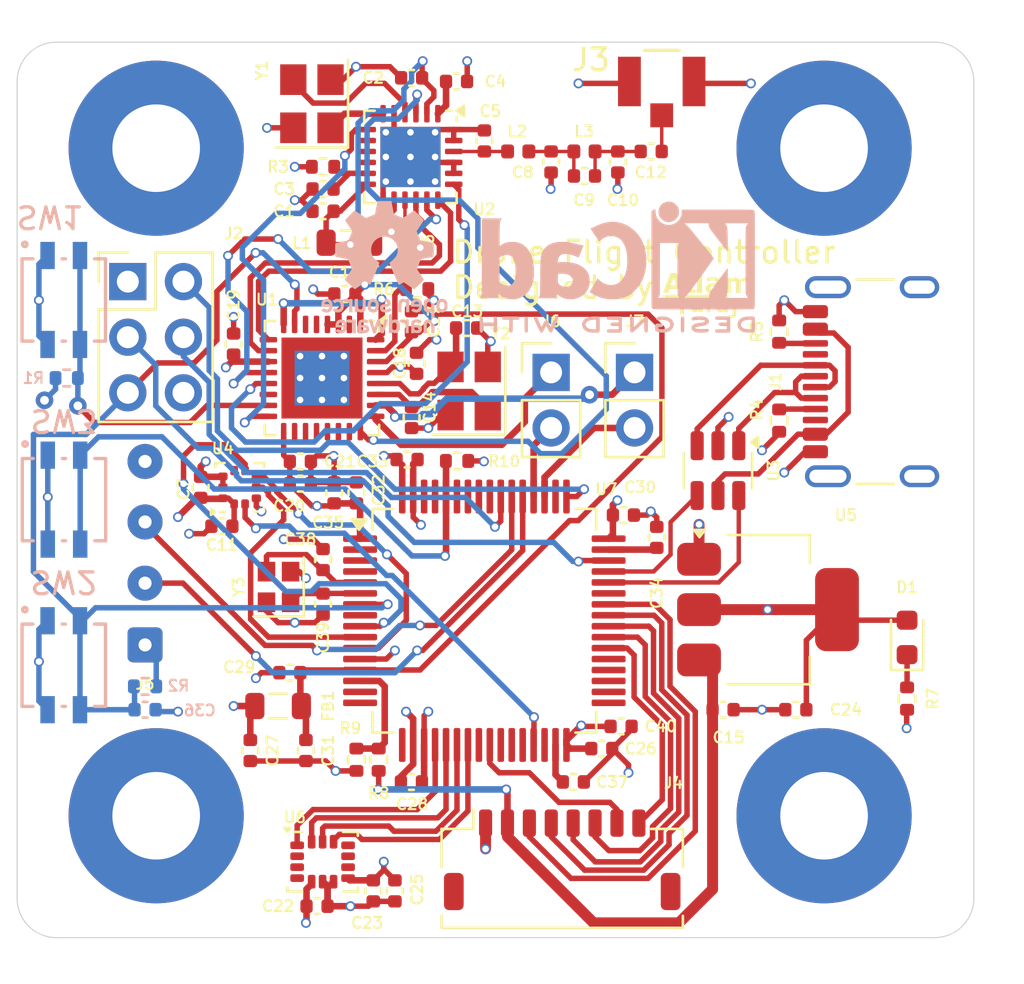
<source format=kicad_pcb>
(kicad_pcb (version 20240108) (generator "pcbnew") (generator_version "8.0")
  (layers (0 "F.Cu" signal) (1 "In1.Cu" power) (2 "In2.Cu" power) (31 "B.Cu" signal) (34 "B.Paste" user) (35 "F.Paste" user) (36 "B.SilkS" user "B.Silkscreen") (37 "F.SilkS" user "F.Silkscreen") (38 "B.Mask" user) (39 "F.Mask" user) (44 "Edge.Cuts" user))
  (net 0 "")
  (net 1 "GND")
  (net 2 "Vdrive")
  (net 3 "+3V3")
  (net 4 "NRST")
  (net 5 "Net-(U2-DCC_FB)")
  (net 6 "Net-(U2-VBAT_IO)")
  (net 7 "Net-(U2-VR_PA)")
  (net 8 "VDDA")
  (net 9 "Net-(D1-K)")
  (net 10 "+5V")
  (net 11 "Net-(J1-CC1)")
  (net 12 "Net-(J1-D+-PadA6)")
  (net 13 "Net-(J1-D--PadA7)")
  (net 15 "Net-(J1-CC2)")
  (net 18 "SWO")
  (net 19 "SWDIO")
  (net 20 "SWCLK")
  (net 21 "M4")
  (net 22 "M1")
  (net 23 "M3")
  (net 24 "M2")
  (net 25 "TEL")
  (net 26 "CURRENT")
  (net 27 "ESP_J_RX")
  (net 28 "ESP_RX")
  (net 29 "ESP_TX")
  (net 30 "ESP_J_TX")
  (net 31 "GPS_RX")
  (net 32 "GPS_TX")
  (net 33 "Net-(U2-RFIO)")
  (net 34 "Net-(C8-Pad1)")
  (net 35 "Net-(C10-Pad1)")
  (net 36 "VOLTMETER")
  (net 37 "USB_D-")
  (net 38 "USB_D+")
  (net 39 "IMU_MOSI")
  (net 40 "BARO_SCK")
  (net 41 "IMU_CS")
  (net 42 "BARO_MOSI")
  (net 43 "BARO_MISO")
  (net 44 "IMU_MISO")
  (net 45 "IMU_SCK")
  (net 46 "BARO_CS")
  (net 47 "Net-(J3-In)")
  (net 48 "Net-(U1-XTAL_IN)")
  (net 49 "Net-(U1-XTAL_OUT)")
  (net 50 "Net-(U7-VCAP_2)")
  (net 51 "Net-(U7-VCAP_1)")
  (net 52 "RX_NRST")
  (net 53 "RX_MOSI")
  (net 54 "RX_MISO")
  (net 55 "Net-(U7-PH0)")
  (net 56 "Net-(U7-PH1)")
  (net 57 "Net-(U2-DCC_SW)")
  (net 58 "Net-(U1-GPIO0)")
  (net 59 "Net-(U1-RES12K)")
  (net 60 "RX_CS")
  (net 61 "Net-(U7-BOOT0)")
  (net 62 "RX_BUSY")
  (net 64 "Net-(U1-EXT_RSTB)")
  (net 66 "RX_SCK")
  (net 77 "Net-(U2-XTB)")
  (net 110 "Net-(U2-XTA)")
  (footprint "Capacitor_SMD:C_0402_1005Metric" (layer "F.Cu") (at 152.146 123.952 180)
    (property "Reference" "C22")
    (property "Value" "2.2uF")
  )
  (footprint "Capacitor_SMD:C_0402_1005Metric" (layer "F.Cu") (at 156.69 99.15 -90)
    (property "Reference" "C18")
    (property "Value" "0.1uF")
  )
  (footprint "Capacitor_SMD:C_0402_1005Metric" (layer "F.Cu") (at 152.928 105.069 -90)
    (property "Reference" "C35")
    (property "Value" "1uF")
  )
  (footprint "Capacitor_SMD:C_0402_1005Metric" (layer "F.Cu") (at 154.714 123.252 90)
    (property "Reference" "C23")
    (property "Value" "0.1uF")
  )
  (footprint "Crystal:Crystal_SMD_3225-4Pin_3.2x2.5mm" (layer "F.Cu") (at 159.092 100.414 90)
    (property "Reference" "Y2")
    (property "Value" "52MHz")
  )
  (footprint "Capacitor_SMD:C_0402_1005Metric" (layer "F.Cu") (at 170.688 114.975)
    (property "Reference" "C15")
    (property "Value" "1uF")
  )
  (footprint "Capacitor_SMD:C_0402_1005Metric" (layer "F.Cu") (at 166.136 106.085 180)
    (property "Reference" "C30")
    (property "Value" "0.1uF")
  )
  (footprint "Capacitor_SMD:C_0402_1005Metric" (layer "F.Cu") (at 155.702 123.252 -90)
    (property "Reference" "C25")
    (property "Value" "10nF")
  )
  (footprint "Capacitor_SMD:C_0402_1005Metric" (layer "F.Cu") (at 151.384 103.632 180)
    (property "Reference" "C21")
    (property "Value" "1uF")
  )
  (footprint "Capacitor_SMD:C_0402_1005Metric" (layer "F.Cu") (at 151.638 116.84 90)
    (property "Reference" "C31")
    (property "Value" "10nF")
  )
  (footprint "Capacitor_SMD:C_0402_1005Metric" (layer "F.Cu") (at 165.882 89.95 -90)
    (property "Reference" "C10")
    (property "Value" "1.2pF")
  )
  (footprint "Capacitor_SMD:C_0402_1005Metric" (layer "F.Cu") (at 156.464 101.628 -90)
    (property "Reference" "C14")
    (property "Value" "10pF")
  )
  (footprint "Package_LGA:LGA-14_3x2.5mm_P0.5mm_LayoutBorder3x4y" (layer "F.Cu") (at 152.4 121.92)
    (property "Reference" "U6")
    (property "Value" "ICM-42670")
  )
  (footprint "Inductor_SMD:L_0805_2012Metric" (layer "F.Cu") (at 153.6235 93.639)
    (property "Reference" "L1")
    (property "Value" "15uH")
  )
  (footprint "Capacitor_SMD:C_0402_1005Metric" (layer "F.Cu") (at 153.944 105.069 -90)
    (property "Reference" "C32")
    (property "Value" "0.1uF")
  )
  (footprint "Crystal:Crystal_SMD_2016-4Pin_2.0x1.6mm" (layer "F.Cu") (at 150.388 109.367 90)
    (property "Reference" "Y3")
    (property "Value" "25MHz")
  )
  (footprint "Capacitor_SMD:C_0402_1005Metric" (layer "F.Cu") (at 158.976 97.536 180)
    (property "Reference" "C13")
    (property "Value" "10pF")
  )
  (footprint "MountingHole:MountingHole_4mm_Pad" (layer "F.Cu") (at 144.8 89.321)
    (property "Reference" "H3" (hide yes))
    (property "Value" "MountingHole")
  )
  (footprint "Capacitor_SMD:C_0402_1005Metric" (layer "F.Cu") (at 149.098 116.84 90)
    (property "Reference" "C27")
    (property "Value" "1uF")
  )
  (footprint "Package_LGA:ST_HLGA-10_2x2mm_P0.5mm_LayoutBorder3x2y" (layer "F.Cu") (at 148.61 104.8145 90)
    (property "Reference" "U4")
    (property "Value" "LPS22DF")
  )
  (footprint "Conufl:CONN1_CONUFL_TEC" (layer "F.Cu") (at 167.886 86.273)
    (property "Reference" "J3")
    (property "Value" "Conn_U.FL")
  )
  (footprint "Crystal:Crystal_SMD_3225-4Pin_3.2x2.5mm" (layer "F.Cu") (at 151.912 87.289 90)
    (property "Reference" "Y1")
    (property "Value" "52MHz")
  )
  (footprint "Capacitor_SMD:C_0402_1005Metric" (layer "F.Cu") (at 152.42 92.202 180)
    (property "Reference" "C1")
    (property "Value" "470nF")
  )
  (footprint "Capacitor_SMD:C_0402_1005Metric" (layer "F.Cu") (at 156.464 86.106)
    (property "Reference" "C2")
    (property "Value" "10nF")
  )
  (footprint "Capacitor_SMD:C_0402_1005Metric" (layer "F.Cu") (at 162.834 89.95 -90)
    (property "Reference" "C8")
    (property "Value" "1.2pF")
  )
  (footprint "Capacitor_SMD:C_0402_1005Metric" (layer "F.Cu") (at 152.42 108.117 -90)
    (property "Reference" "C38")
    (property "Value" "10pF")
  )
  (footprint "Capacitor_SMD:C_0402_1005Metric" (layer "F.Cu") (at 150.904 113.284)
    (property "Reference" "C29")
    (property "Value" "1uF")
  )
  (footprint "Capacitor_SMD:C_0402_1005Metric" (layer "F.Cu") (at 147.8 106.593 180)
    (property "Reference" "C11")
    (property "Value" "0.1uF")
  )
  (footprint "Package_DFN_QFN:QFN-32-1EP_5x5mm_P0.5mm_EP3.7x3.7mm_ThermalVias" (layer "F.Cu") (at 152.372 99.822 -90)
    (property "Reference" "U1")
    (property "Value" "ESP8285H16")
  )
  (footprint "Resistor_SMD:R_0402_1005Metric" (layer "F.Cu") (at 158.54 103.61)
    (property "Reference" "R10")
    (property "Value" "10k")
  )
  (footprint "Connector_PinHeader_2.54mm:PinHeader_1x02_P2.54mm_Vertical" (layer "F.Cu") (at 166.644 99.563)
    (property "Reference" "J7")
    (property "Value" "Conn_JUMPER")
  )
  (footprint "MountingHole:MountingHole_4mm_Pad" (layer "F.Cu") (at 175.3 89.321)
    (property "Reference" "H4" (hide yes))
    (property "Value" "MountingHole")
  )
  (footprint "Capacitor_SMD:C_0402_1005Metric" (layer "F.Cu") (at 156.258 103.545 180)
    (property "Reference" "C33")
    (property "Value" "0.1uF")
  )
  (footprint "Resistor_SMD:R_0402_1005Metric" (layer "F.Cu") (at 173.248 97.703 90)
    (property "Reference" "R5")
    (property "Value" "5k1")
  )
  (footprint "Capacitor_SMD:C_0402_1005Metric" (layer "F.Cu") (at 167.66 107.101 90)
    (property "Reference" "C34")
    (property "Value" "2.2uF")
  )
  (footprint "Capacitor_SMD:C_0402_1005Metric" (layer "F.Cu") (at 163.85 118.277)
    (property "Reference" "C37")
    (property "Value" "2.2uF")
  )
  (footprint "Capacitor_SMD:C_0402_1005Metric" (layer "F.Cu") (at 174.01 114.975 180)
    (property "Reference" "C24")
    (property "Value" "4.7uF")
  )
  (footprint "Resistor_SMD:R_0402_1005Metric" (layer "F.Cu") (at 154.96 117.261 90)
    (property "Reference" "R8")
    (property "Value" "1.8k")
  )
  (footprint "Capacitor_SMD:C_0402_1005Metric" (layer "F.Cu") (at 146.832 104.815 -90)
    (property "Reference" "C7")
    (property "Value" "0.1uF")
  )
  (footprint "Capacitor_SMD:C_0402_1005Metric" (layer "F.Cu") (at 159.786 88.99 -90)
    (property "Reference" "C5")
    (property "Value" "0.8pF")
  )
  (footprint "Capacitor_SMD:C_0402_1005Metric" (layer "F.Cu") (at 156.456 118.277)
    (property "Reference" "C28")
    (property "Value" "0.1uF")
  )
  (footprint "Resistor_SMD:R_0402_1005Metric" (layer "F.Cu") (at 153.944 117.261 -90)
    (property "Reference" "R9")
    (property "Value" "220R")
  )
  (footprint "Capacitor_SMD:C_0402_1005Metric" (layer "F.Cu") (at 151.384 104.648 180)
    (property "Reference" "C20")
    (property "Value" "0.1uF")
  )
  (footprint "Capacitor_SMD:C_0402_1005Metric" (layer "F.Cu") (at 148.336 98.27 -90)
    (property "Reference" "C19")
    (property "Value" "0.1uF")
  )
  (footprint "MountingHole:MountingHole_4mm_Pad" (layer "F.Cu") (at 175.3 119.821)
    (property "Reference" "H1" (hide yes))
    (property "Value" "MountingHole")
  )
  (footprint "Capacitor_SMD:C_0402_1005Metric" (layer "F.Cu") (at 156.464 97.252 -90)
    (property "Reference" "C17")
    (property "Value" "0.1uF")
  )
  (footprint "Inductor_SMD:L_0402_1005Metric" (layer "F.Cu") (at 164.358 89.47)
    (property "Reference" "L3")
    (property "Value" "2.5nH")
  )
  (footprint "Silkscreen:logo" (layer "F.Cu") (at 169.96 96.01)
    (property "Reference" "G***" (hide yes))
    (property "Value" "LOGO" (hide yes))
  )
  (footprint "Package_TO_SOT_SMD:SOT-23-6" (layer "F.Cu") (at 170.454 104.053 -90)
    (property "Reference" "U3")
    (property "Value" "USBLC6-2SC6")
  )
  (footprint "Connector_Wire:SolderWire-0.1sqmm_1x04_P3.6mm_D0.4mm_OD1mm" (layer "F.Cu") (at 144.292 113.793 90)
    (property "Reference" "J5")
    (property "Value" "Conn_GPS")
  )
  (footprint "Package_QFP:LQFP-64_10x10mm_P0.5mm" (layer "F.Cu") (at 159.786 110.911)
    (property "Reference" "U7")
    (property "Value" "STM32F405RGTx")
  )
  (footprint "Package_DFN_QFN:QFN-24-1EP_4x4mm_P0.5mm_EP2.75x2.75mm_ThermalVias" (layer "F.Cu") (at 156.412 89.72 -90)
    (property "Reference" "U2")
    (property "Value" "SX1280IMLTRT")
  )
  (footprint "Resistor_SMD:R_0402_1005Metric" (layer "F.Cu") (at 179.09 114.467 -90)
    (property "Reference" "R7")
    (property "Value" "220R")
  )
  (footprint "Connector_JST:JST_SHL_SM08B-SHLS-TF_1x08-1MP_P1.00mm_Horizontal" (layer "F.Cu") (at 163.342 121.833)
    (property "Reference" "J4")
    (property "Value" "Conn_ESC")
  )
  (footprint "Connector_PinHeader_2.54mm:PinHeader_2x03_P2.54mm_Vertical" (layer "F.Cu") (at 143.505 95.417)
    (property "Reference" "J2")
    (property "Value" "Conn_SWD")
  )
  (footprint "Resistor_SMD:R_0402_1005Metric" (layer "F.Cu") (at 156.718 95.758)
    (property "Reference" "R6")
    (property "Value" "12k")
  )
  (footprint "Capacitor_SMD:C_0402_1005Metric" (layer "F.Cu") (at 153.416 95.984)
    (property "Reference" "C16")
    (property "Value" "0.1uF")
  )
  (footprint "Resistor_SMD:R_0402_1005Metric" (layer "F.Cu") (at 173.248 101.767 -90)
    (property "Reference" "R4")
    (property "Value" "5k1")
  )
  (footprint "Capacitor_SMD:C_0402_1005Metric" (layer "F.Cu") (at 152.42 91.186 180)
    (property "Reference" "C3")
    (property "Value" "0.1uF")
  )
  (footprint "Capacitor_SMD:C_0402_1005Metric" (layer "F.Cu") (at 152.42 110.149 90)
    (property "Reference" "C39")
    (property "Value" "10pF")
  )
  (footprint "Inductor_SMD:L_0805_2012Metric" (layer "F.Cu") (at 150.368 114.808 180)
    (property "Reference" "FB1")
    (property "Value" "600R@100MHz")
  )
  (footprint "Capacitor_SMD:C_0402_1005Metric" (layer "F.Cu") (at 158.516 86.273 180)
    (property "Reference" "C4")
    (property "Value" "10nF")
  )
  (footprint "Capacitor_SMD:C_0402_1005Metric" (layer "F.Cu") (at 165.148 116.753 180)
    (property "Reference" "C26")
    (property "Value" "0.1uF")
  )
  (footprint "MountingHole:MountingHole_4mm_Pad" (layer "F.Cu") (at 144.8 119.821)
    (property "Reference" "H2" (hide yes))
    (property "Value" "MountingHole")
  )
  (footprint "LED_SMD:LED_0603_1608Metric" (layer "F.Cu") (at 179.09 111.673 90)
    (property "Reference" "D1")
    (property "Value" "LED")
  )
  (footprint "Capacitor_SMD:C_0402_1005Metric" (layer "F.Cu") (at 166.03 115.737 180)
    (property "Reference" "C40")
    (property "Value" "1uF")
  )
  (footprint "Capacitor_SMD:C_0402_1005Metric" (layer "F.Cu") (at 156.21 93.385 -90)
    (property "Reference" "C6")
    (property "Value" "0.1uF")
  )
  (footprint "Inductor_SMD:L_0402_1005Metric" (layer "F.Cu") (at 161.333 89.47)
    (property "Reference" "L2")
    (property "Value" "3nH")
  )
  (footprint "Capacitor_SMD:C_0402_1005Metric" (layer "F.Cu") (at 164.358 90.591 180)
    (property "Reference" "C9")
    (property "Value" "0.5pF")
  )
  (footprint "Package_TO_SOT_SMD:SOT-223-3_TabPin2" (layer "F.Cu") (at 172.74 110.403)
    (property "Reference" "U5")
    (property "Value" "LDL1117S33R")
  )
  (footprint "Connector_USB:USB_C_Receptacle_GCT_USB4105-xx-A_16P_TopMnt_Horizontal" (layer "F.Cu") (at 178.582 99.989 90)
    (property "Reference" "J1")
    (property "Value" "USB_C_Receptacle_USB2.0_16P")
  )
  (footprint "Resistor_SMD:R_0402_1005Metric" (layer "F.Cu") (at 152.42 90.17)
    (property "Reference" "R3")
    (property "Value" "0R")
  )
  (footprint "Connector_PinHeader_2.54mm:PinHeader_1x02_P2.54mm_Vertical" (layer "F.Cu") (at 162.834 99.563)
    (property "Reference" "J6")
    (property "Value" "Conn_JUMPER")
  )
  (footprint "Capacitor_SMD:C_0402_1005Metric" (layer "F.Cu") (at 167.406 89.47 180)
    (property "Reference" "C12")
    (property "Value" "0.1uF")
  )
  (footprint "TactileButton:EVQ_P7_PAN" (layer "B.Cu") (at 140.590001 105.3772 -90)
    (property "Reference" "SW3")
    (property "Value" "SW_Push")
  )
  (footprint "TactileButton:EVQ_P7_PAN" (layer "B.Cu") (at 140.580001 112.943 -90)
    (property "Reference" "SW2")
    (property "Value" "SW_Push")
  )
  (footprint "TactileButton:EVQ_P7_PAN" (layer "B.Cu") (at 140.58 96.2552 -90)
    (property "Reference" "SW1")
    (property "Value" "SW_Push")
  )
  (footprint "Symbol:KiCad-Logo2_5mm_SilkScreen" (layer "B.Cu") (at 165.862 94.742 180)
    (property "Reference" "REF**" (hide yes))
    (property "Value" "KiCad-Logo2_5mm_SilkScreen" (hide yes))
  )
  (footprint "Symbol:OSHW-Logo_5.7x6mm_SilkScreen" (layer "B.Cu") (at 155.23 94.750909 180)
    (property "Reference" "REF**" (hide yes))
    (property "Value" "OSHW-Logo_5.7x6mm_SilkScreen" (hide yes))
  )
  (footprint "Resistor_SMD:R_0402_1005Metric" (layer "B.Cu") (at 144.292 113.91 180)
    (property "Reference" "R2")
    (property "Value" "10k")
  )
  (footprint "Resistor_SMD:R_0402_1005Metric" (layer "B.Cu") (at 140.714 99.822)
    (property "Reference" "R1")
    (property "Value" "10k")
  )
  (footprint "Capacitor_SMD:C_0402_1005Metric" (layer "B.Cu") (at 144.292 114.975 180)
    (property "Reference" "C36")
    (property "Value" "1uF" (hide yes))
  )
  (gr_arc (start 182.13809 123.592949) (mid 181.611998 124.862998) (end 180.341949 125.38909) (stroke (width 0.05)) (layer "Edge.Cuts"))
  (gr_arc (start 180.36 84.476923) (mid 181.618424 85.009349) (end 182.13818 86.273063) (stroke (width 0.05)) (layer "Edge.Cuts"))
  (gr_arc (start 138.45 86.273063) (mid 138.976093 85.003038) (end 140.246141 84.476922) (stroke (width 0.05)) (layer "Edge.Cuts"))
  (gr_line (start 182.138 123.597) (end 182.138 86.273) (stroke (width 0.05)) (layer "Edge.Cuts"))
  (gr_arc (start 140.246141 125.38909) (mid 138.976034 124.86303) (end 138.45 123.592949) (stroke (width 0.05)) (layer "Edge.Cuts"))
  (gr_line (start 140.254 125.389) (end 180.334 125.389) (stroke (width 0.05)) (layer "Edge.Cuts"))
  (gr_line (start 180.36 84.477012) (end 140.254 84.477012) (stroke (width 0.05)) (layer "Edge.Cuts"))
  (gr_line (start 138.45 86.277) (end 138.45 123.587) (stroke (width 0.05)) (layer "Edge.Cuts"))
  (gr_text "Drone Flight Controller\nDesigned by" (at 158.242 96.266 0) (layer "F.SilkS") (effects (font (size 1 1)) (justify left bottom)))
  (segment (start 171.958 86.36) (end 169.448001 86.36) (width 0.25) (layer "F.Cu") (net 1))
  (segment (start 165.628 116.979) (end 165.628 116.753) (width 0.25) (layer "F.Cu") (net 1))
  (segment (start 160.06 98.14) (end 159.456 97.536) (width 0.25) (layer "F.Cu") (net 1))
  (segment (start 151.97 95.77) (end 152.184 95.984) (width 0.25) (layer "F.Cu") (net 1))
  (segment (start 162.828 90.424) (end 162.828 90.424) (width 0.25) (layer "F.Cu") (net 1))
  (segment (start 159.766 88.49) (end 159.786 88.51) (width 0.25) (layer "F.Cu") (net 1))
  (segment (start 152.993 117.771) (end 152.542 117.32) (width 0.25) (layer "F.Cu") (net 1))
  (segment (start 147.8475 104.8145) (end 147.8475 104.3145) (width 0.25) (layer "F.Cu") (net 1))
  (segment (start 156.536 106.176) (end 156.536 105.236) (width 0.25) (layer "F.Cu") (net 1))
  (segment (start 164.084 86.36) (end 166.323999 86.36) (width 0.25) (layer "F.Cu") (net 1))
  (segment (start 155.662 88.97) (end 156.412 89.72) (width 0.25) (layer "F.Cu") (net 1))
  (segment (start 166.37 117.856) (end 166.37 117.495) (width 0.25) (layer "F.Cu") (net 1))
  (segment (start 154.494 123.952) (end 154.714 123.732) (width 0.25) (layer "F.Cu") (net 1))
  (segment (start 151.923 104.589) (end 151.864 104.648) (width 0.25) (layer "F.Cu") (net 1))
  (segment (start 152.626 123.1065) (end 152.9 122.8325) (width 0.3) (layer "F.Cu") (net 1))
  (segment (start 170.454 102.088) (end 170.454 102.9155) (width 0.25) (layer "F.Cu") (net 1))
  (segment (start 179.07 114.997) (end 179.09 114.977) (width 0.25) (layer "F.Cu") (net 1))
  (segment (start 146.832 104.335) (end 147.827 104.335) (width 0.3) (layer "F.Cu") (net 1))
  (segment (start 150.424 113.284) (end 149.606 113.284) (width 0.25) (layer "F.Cu") (net 1))
  (segment (start 152.118 103.378) (end 152.908 103.378) (width 0.25) (layer "F.Cu") (net 1))
  (segment (start 166.51 115.871) (end 165.628 116.753) (width 0.25) (layer "F.Cu") (net 1))
  (segment (start 152.928 104.589) (end 151.923 104.589) (width 0.25) (layer "F.Cu") (net 1))
  (segment (start 152.626 123.0335) (end 152.425 122.8325) (width 0.3) (layer "F.Cu") (net 1))
  (segment (start 152.928 103.398) (end 152.928 104.589) (width 0.25) (layer "F.Cu") (net 1))
  (segment (start 156.21 115.062) (end 156.536 115.388) (width 0.3) (layer "F.Cu") (net 1))
  (segment (start 151.339 108.667) (end 151.638 108.966) (width 0.25) (layer "F.Cu") (net 1))
  (segment (start 159.746 88.47) (end 158.387 88.47) (width 0.25) (layer "F.Cu") (net 1))
  (segment (start 156.464 102.108) (end 157.226 102.108) (width 0.25) (layer "F.Cu") (net 1))
  (segment (start 169.448001 86.36) (end 169.361001 86.273) (width 0.25) (layer "F.Cu") (net 1))
  (segment (start 151.13 91.694) (end 151.432 91.694) (width 0.25) (layer "F.Cu") (net 1))
  (segment (start 159.05 103.61) (end 159.744 103.61) (width 0.25) (layer "F.Cu") (net 1))
  (segment (start 173.248 96.5) (end 173.482 96.266) (width 0.25) (layer "F.Cu") (net 1))
  (segment (start 153.944 104.589) (end 152.928 104.589) (width 0.25) (layer "F.Cu") (net 1))
  (segment (start 150.938 108.667) (end 150.938 108.396) (width 0.25) (layer "F.Cu") (net 1))
  (segment (start 160.08 98.14) (end 160.06 98.14) (width 0.25) (layer "F.Cu") (net 1))
  (segment (start 158.387 88.97) (end 158.387 88.47) (width 0.25) (layer "F.Cu") (net 1))
  (segment (start 152.993 117.771) (end 153.944 117.771) (width 0.25) (layer "F.Cu") (net 1))
  (segment (start 156.662 89.97) (end 156.412 89.72) (width 0.25) (layer "F.Cu") (net 1))
  (segment (start 170.942 101.6) (end 170.454 102.088) (width 0.25) (layer "F.Cu") (net 1))
  (segment (start 173.482 104.14) (end 174.433 103.189) (width 0.25) (layer "F.Cu") (net 1))
  (segment (start 155.476 85.598) (end 155.984 86.106) (width 0.25) (layer "F.Cu") (net 1))
  (segment (start 146.832 103.866) (end 146.832 104.335) (width 0.3) (layer "F.Cu") (net 1))
  (segment (start 151.864 103.632) (end 152.118 103.378) (width 0.25) (layer "F.Cu") (net 1))
  (segment (start 166.37 117.495) (end 165.628 116.753) (width 0.25) (layer "F.Cu") (net 1))
  (segment (start 167.66 106.621) (end 167.66 106.192) (width 0.25) (layer "F.Cu") (net 1))
  (segment (start 167.66 106.192) (end 167.386 105.918) (width 0.25) (layer "F.Cu") (net 1))
  (segment (start 174.005 96.789) (end 173.482 96.266) (width 0.25) (layer "F.Cu") (net 1))
  (segment (start 156.536 103.747) (end 156.536 105.236) (width 0.3) (layer "F.Cu") (net 1))
  (segment (start 149.606 113.284) (end 149.352 113.538) (width 0.25) (layer "F.Cu") (net 1))
  (segment (start 152.626 123.952) (end 152.626 123.1065) (width 0.3) (layer "F.Cu") (net 1))
  (segment (start 166.323999 86.36) (end 166.410999 86.273) (width 0.25) (layer "F.Cu") (net 1))
  (segment (start 151.971 107.188) (end 150.622 107.188) (width 0.25) (layer "F.Cu") (net 1))
  (segment (start 152.908 103.378) (end 152.928 103.398) (width 0.25) (layer "F.Cu") (net 1))
  (segment (start 159.004 86.265) (end 158.996 86.273) (width 0.25) (layer "F.Cu") (net 1))
  (segment (start 152.42 107.637) (end 151.971 107.188) (width 0.25) (layer "F.Cu") (net 1))
  (segment (start 165.882 90.43) (end 165.882 91.166) (width 0.25) (layer "F.Cu") (net 1))
  (segment (start 155.976 118.02412) (end 156.536 117.46412) (width 0.3) (layer "F.Cu") (net 1))
  (segment (start 153.924 85.598) (end 155.476 85.598) (width 0.25) (layer "F.Cu") (net 1))
  (segment (start 156.536 117.46412) (end 156.536 116.586) (width 0.3) (layer "F.Cu") (net 1))
  (segment (start 160.08 98.14) (end 159.942 98.278) (width 0.25) (layer "F.Cu") (net 1))
  (segment (start 158.387 89.97) (end 158.387 90.47) (width 0.25) (layer "F.Cu") (net 1))
  (segment (start 157.228 95.758) (end 157.228 96.014) (width 0.25) (layer "F.Cu") (net 1))
  (segment (start 166.616 106.085) (end 167.219 106.085) (width 0.25) (layer "F.Cu") (net 1))
  (segment (start 173.248 102.342) (end 172.466 103.124) (width 0.25) (layer "F.Cu") (net 1))
  (segment (start 179.07 115.824) (end 179.07 114.997) (width 0.25) (layer "F.Cu") (net 1))
  (segment (start 159.004 85.344) (end 159.004 86.265) (width 0.25) (layer "F.Cu") (net 1))
  (segment (start 169.59 106.508) (end 169.59 108.103) (width 0.5) (layer "F.Cu") (net 1))
  (segment (start 152.626 123.952) (end 153.67 123.952) (width 0.3) (layer "F.Cu") (net 1))
  (segment (start 159.942 98.278) (end 159.942 99.314) (width 0.25) (layer "F.Cu") (net 1))
  (segment (start 149.863 88.389) (end 149.86 88.392) (width 0.25) (layer "F.Cu") (net 1))
  (segment (start 156.857 93.865) (end 156.21 93.865) (width 0.25) (layer "F.Cu") (net 1))
  (segment (start 149.098 117.32) (end 151.638 117.32) (width 0.25) (layer "F.Cu") (net 1))
  (segment (start 149.838 110.067) (end 149.838 110.467) (width 0.25) (layer "F.Cu") (net 1))
  (segment (start 164.33 118.277) (end 165.628 116.979) (width 0.25) (layer "F.Cu") (net 1))
  (segment (start 157.226 102.108) (end 157.82 101.514) (width 0.25) (layer "F.Cu") (net 1))
  (segment (start 150.369 110.998) (end 151.13 110.998) (width 0.25) (layer "F.Cu") (net 1))
  (segment (start 159.842 121.336) (end 159.842 120.158) (width 0.5) (layer "F.Cu") (net 1))
  (segment (start 174.433 103.189) (end 174.902 103.189) (width 0.25) (layer "F.Cu") (net 1))
  (segment (start 149.606 105.918) (end 149.3725 105.6845) (width 0.25) (layer "F.Cu") (net 1))
  (segment (start 150.938 108.667) (end 151.339 108.667) (width 0.25) (layer "F.Cu") (net 1))
  (segment (start 159.744 103.61) (end 159.766 103.632) (width 0.25) (layer "F.Cu") (net 1))
  (segment (start 157.6 98.07) (end 157.29 98.07) (width 0.25) (layer "F.Cu") (net 1))
  (segment (start 156.89 106.53) (end 156.536 106.176) (width 0.25) (layer "F.Cu") (net 1))
  (segment (start 147.066 103.632) (end 146.832 103.866) (width 0.3) (layer "F.Cu") (net 1))
  (segment (start 166.51 115.737) (end 166.51 115.871) (width 0.25) (layer "F.Cu") (net 1))
  (segment (start 157.662 88.47) (end 157.537 88.595) (width 0.25) (layer "F.Cu") (net 1))
  (segment (start 158.387 88.47) (end 157.662 88.47) (width 0.25) (layer "F.Cu") (net 1))
  (segment (start 146.304 106.934) (end 146.979 106.934) (width 0.25) (layer "F.Cu") (net 1))
  (segment (start 151.432 91.694) (end 151.94 91.186) (width 0.25) (layer "F.Cu") (net 1))
  (segment (start 158.387 89.97) (end 156.662 89.97) (width 0.25) (layer "F.Cu") (net 1))
  (segment (start 162.828 90.424) (end 162.834 90.43) (width 0.25) (layer "F.Cu") (net 1))
  (segment (start 152.542 117.32) (end 151.638 117.32) (width 0.25) (layer "F.Cu") (net 1))
  (segment (start 151.892 104.676) (end 151.864 104.648) (width 0.25) (layer "F.Cu") (net 1))
  (segment (start 173.53 114.975) (end 171.168 114.975) (width 0.25) (layer "F.Cu") (net 1))
  (segment (start 153.924 85.598) (end 153.333 86.189) (width 0.25) (layer "F.Cu") (net 1))
  (segment (start 155.309 112.661) (end 155.702 112.268) (width 0.25) (layer "F.Cu") (net 1))
  (segment (start 165.882 91.166) (end 165.862 91.186) (width 0.25) (layer "F.Cu") (net 1))
  (segment (start 156.738 103.545) (end 156.536 103.747) (width 0.3) (layer "F.Cu") (net 1))
  (segment (start 162.814 91.186) (end 162.834 91.166) (width 0.25) (layer "F.Cu") (net 1))
  (segment (start 157.228 96.014) (end 157.48 96.266) (width 0.25) (layer "F.Cu") (net 1))
  (segment (start 152.184 95.984) (end 152.936 95.984) (width 0.25) (layer "F.Cu") (net 1))
  (segment (start 153.67 123.952) (end 154.494 123.952) (width 0.25) (layer "F.Cu") (net 1))
  (segment (start 146.979 106.934) (end 147.32 106.593) (width 0.25) (layer "F.Cu") (net 1))
  (segment (start 149.3725 105.6845) (end 149.3725 105.3145) (width 0.25) (layer "F.Cu") (net 1))
  (segment (start 152.42 110.629) (end 152.051 110.998) (width 0.25) (layer "F.Cu") (net 1))
  (segment (start 149.838 110.467) (end 150.369 110.998) (width 0.25) (layer "F.Cu") (net 1))
  (segment (start 157.82 101.514) (end 158.242 101.514) (width 0.25) (layer "F.Cu") (net 1))
  (segment (start 155.162 90.97) (end 155.287 90.845) (width 0.25) (layer "F.Cu") (net 1))
  (segment (start 173.248 102.277) (end 173.248 102.342) (width 0.25) (layer "F.Cu") (net 1))
  (segment (start 155.976 118.277) (end 155.976 118.02412) (width 0.3) (layer "F.Cu") (net 1))
  (segment (start 154.111 112.661) (end 155.309 112.661) (width 0.25) (layer "F.Cu") (net 1))
  (segment (start 156.536 115.388) (end 156.536 116.586) (width 0.3) (layer "F.Cu") (net 1))
  (segment (start 153.333 86.189) (end 152.762 86.189) (width 0.25) (layer "F.Cu") (net 1))
  (segment (start 173.248 97.193) (end 173.248 96.5) (width 0.25) (layer "F.Cu") (net 1))
  (segment (start 156.464 96.772) (end 156.974 96.772) (width 0.25) (layer "F.Cu") (net 1))
  (segment (start 159.786 88.51) (end 159.746 88.47) (width 0.25) (layer "F.Cu") (net 1))
  (segment (start 151.432 91.694) (end 151.94 92.202) (width 0.25) (layer "F.Cu") (net 1))
  (segment (start 152.626 123.952) (end 152.626 123.0335) (width 0.3) (layer "F.Cu") (net 1))
  (segment (start 157.29 98.07) (end 156.69 98.67) (width 0.25) (layer "F.Cu") (net 1))
  (segment (start 156.974 96.772) (end 157.48 96.266) (width 0.25) (layer "F.Cu") (net 1))
  (segment (start 155.662 87.745) (end 155.662 88.97) (width 0.25) (layer "F.Cu") (net 1))
  (segment (start 152.051 110.998) (end 151.13 110.998) (width 0.25) (layer "F.Cu") (net 1))
  (segment (start 148.336 97.028) (end 148.336 97.79) (width 0.25) (layer "F.Cu") (net 1))
  (segment (start 151.864 103.632) (end 151.864 104.648) (width 0.25) (layer "F.Cu") (net 1))
  (segment (start 167.219 106.085) (end 167.386 105.918) (width 0.25) (layer "F.Cu") (net 1))
  (segment (start 147.827 104.335) (end 147.8475 104.3145) (width 0.3) (layer "F.Cu") (net 1))
  (segment (start 155.702 123.732) (end 154.714 123.732) (width 0.25) (layer "F.Cu") (net 1))
  (segment (start 174.902 96.789) (end 174.005 96.789) (width 0.25) (layer "F.Cu") (net 1))
  (segment (start 155.162 91.695) (end 155.162 90.97) (width 0.25) (layer "F.Cu") (net 1))
  (segment (start 162.834 91.166) (end 162.834 90.43) (width 0.25) (layer "F.Cu") (net 1))
  (segment (start 151.062 88.389) (end 149.863 88.389) (width 0.25) (layer "F.Cu") (net 1))
  (via (at 165.862 91.186) (size 0.45) (drill 0.3) (layers "F.Cu" "B.Cu") (net 1))
  (via (at 148.336 97.028) (size 0.45) (drill 0.3) (layers "F.Cu" "B.Cu") (net 1))
  (via (at 153.924 85.598) (size 0.45) (drill 0.3) (layers "F.Cu" "B.Cu") (net 1))
  (via (at 166.37 117.856) (size 0.45) (drill 0.3) (layers "F.Cu" "B.Cu") (net 1))
  (via (at 173.482 96.266) (size 0.45) (drill 0.3) (layers "F.Cu" "B.Cu") (net 1))
  (via (at 172.466 103.124) (size 0.45) (drill 0.3) (layers "F.Cu" "B.Cu") (net 1))
  (via (at 153.67 123.952) (size 0.45) (drill 0.3) (layers "F.Cu" "B.Cu") (net 1))
  (via (at 149.86 88.392) (size 0.45) (drill 0.3) (layers "F.Cu" "B.Cu") (net 1))
  (via (at 146.304 106.934) (size 0.45) (drill 0.3) (layers "F.Cu" "B.Cu") (net 1))
  (via (at 155.702 112.268) (size 0.45) (drill 0.3) (layers "F.Cu" "B.Cu") (net 1))
  (via (at 172.466 114.975) (size 0.45) (drill 0.3) (layers "F.Cu" "B.Cu") (net 1))
  (via (at 156.857 93.865) (size 0.45) (drill 0.3) (layers "F.Cu" "B.Cu") (net 1))
  (via (at 169.59 106.508) (size 0.45) (drill 0.3) (layers "F.Cu" "B.Cu") (net 1))
  (via (at 145.796 115.062) (size 0.45) (drill 0.3) (layers "F.Cu" "B.Cu") (net 1))
  (via (at 152.908 103.378) (size 0.45) (drill 0.3) (layers "F.Cu" "B.Cu") (net 1))
  (via (at 179.07 115.824) (size 0.45) (drill 0.3) (layers "F.Cu" "B.Cu") (net 1))
  (via (at 159.004 85.344) (size 0.45) (drill 0.3) (layers "F.Cu" "B.Cu") (net 1))
  (via (at 151.13 91.694) (size 0.45) (drill 0.3) (layers "F.Cu" "B.Cu") (net 1))
  (via (at 151.638 108.966) (size 0.45) (drill 0.3) (layers "F.Cu" "B.Cu") (net 1))
  (via (at 157.6 98.07) (size 0.45) (drill 0.3) (layers "F.Cu" "B.Cu") (net 1))
  (via (at 160.08 98.14) (size 0.45) (drill 0.3) (layers "F.Cu" "B.Cu") (net 1))
  (via (at 151.97 95.77) (size 0.45) (drill 0.3) (layers "F.Cu" "B.Cu") (net 1))
  (via (at 157.48 96.266) (size 0.45) (drill 0.3) (layers "F.Cu" "B.Cu") (net 1))
  (via (at 159.842 121.336) (size 0.45) (drill 0.3) (layers "F.Cu" "B.Cu") (net 1))
  (via (at 150.622 107.188) (size 0.45) (drill 0.3) (layers "F.Cu" "B.Cu") (net 1))
  (via (at 149.606 105.918) (size 0.45) (drill 0.3) (layers "F.Cu" "B.Cu") (net 1))
  (via (at 139.446 96.266) (size 0.45) (drill 0.3) (layers "F.Cu" "B.Cu") (net 1))
  (via (at 156.21 115.062) (size 0.45) (drill 0.3) (layers "F.Cu" "B.Cu") (net 1))
  (via (at 157.226 102.108) (size 0.45) (drill 0.3) (layers "F.Cu" "B.Cu") (net 1))
  (via (at 171.958 86.36) (size 0.45) (drill 0.3) (layers "F.Cu" "B.Cu") (net 1))
  (via (at 173.482 104.14) (size 0.45) (drill 0.3) (layers "F.Cu" "B.Cu") (net 1))
  (via (at 156.89 106.53) (size 0.45) (drill 0.3) (layers "F.Cu" "B.Cu") (net 1))
  (via (at 164.084 86.36) (size 0.45) (drill 0.3) (layers "F.Cu" "B.Cu") (net 1))
  (via (at 147.066 103.632) (size 0.45) (drill 0.3) (layers "F.Cu" "B.Cu") (net 1))
  (via (at 152.993 117.771) (size 0.45) (drill 0.3) (layers "F.Cu" "B.Cu") (net 1))
  (via (at 159.766 103.632) (size 0.45) (drill 0.3) (layers "F.Cu" "B.Cu") (net 1))
  (via (at 162.814 91.186) (size 0.45) (drill 0.3) (layers "F.Cu" "B.Cu") (net 1))
  (via (at 149.352 113.538) (size 0.45) (drill 0.3) (layers "F.Cu" "B.Cu") (net 1))
  (via (at 151.13 110.998) (size 0.45) (drill 0.3) (layers "F.Cu" "B.Cu") (net 1))
  (via (at 167.386 105.918) (size 0.45) (drill 0.3) (layers "F.Cu" "B.Cu") (net 1))
  (via (at 139.446 112.776) (size 0.45) (drill 0.3) (layers "F.Cu" "B.Cu") (net 1))
  (via (at 170.942 101.6) (size 0.45) (drill 0.3) (layers "F.Cu" "B.Cu") (net 1))
  (segment (start 139.446 111.305) (end 139.84 110.911) (width 0.25) (layer "B.Cu") (net 1))
  (segment (start 139.446 112.776) (end 139.446 114.581) (width 0.25) (layer "B.Cu") (net 1))
  (segment (start 139.446 97.893201) (end 139.839999 98.2872) (width 0.25) (layer "B.Cu") (net 1))
  (segment (start 139.446 112.776) (end 139.446 111.305) (width 0.25) (layer "B.Cu") (net 1))
  (segment (start 139.446 96.266) (end 139.446 97.893201) (width 0.25) (layer "B.Cu") (net 1))
  (segment (start 139.446 94.617199) (end 139.839999 94.2232) (width 0.25) (layer "B.Cu") (net 1))
  (segment (start 139.446 96.266) (end 139.446 94.617199) (width 0.25) (layer "B.Cu") (net 1))
  (segment (start 145.796 115.062) (end 144.859 115.062) (width 0.25) (layer "B.Cu") (net 1))
  (segment (start 144.859 115.062) (end 144.772 114.975) (width 0.25) (layer "B.Cu") (net 1))
  (segment (start 139.446 114.581) (end 139.84 114.975) (width 0.25) (layer "B.Cu") (net 1))
  (segment (start 154.96 118.598) (end 154.94 118.618) (width 0.25) (layer "F.Cu") (net 2))
  (segment (start 170.208 123.162) (end 170.208 114.975) (width 0.5) (layer "F.Cu") (net 2))
  (segment (start 154.96 117.771) (end 154.96 118.598) (width 0.25) (layer "F.Cu") (net 2))
  (segment (start 160.842 118.678) (end 160.782 118.618) (width 0.3) (layer "F.Cu") (net 2))
  (segment (start 164.773001 124.714) (end 168.671828 124.714) (width 0.5) (layer "F.Cu") (net 2))
  (segment (start 160.842 120.158) (end 160.842 118.678) (width 0.3) (layer "F.Cu") (net 2))
  (segment (start 160.842 120.782999) (end 164.773001 124.714) (width 0.5) (layer "F.Cu") (net 2))
  (segment (start 170.208 114.975) (end 170.208 113.321) (width 0.5) (layer "F.Cu") (net 2))
  (segment (start 169.466 112.827) (end 169.59 112.703) (width 0.25) (layer "F.Cu") (net 2))
  (segment (start 170.208 123.177828) (end 170.208 123.162) (width 0.5) (layer "F.Cu") (net 2))
  (segment (start 170.208 113.321) (end 169.59 112.703) (width 0.5) (layer "F.Cu") (net 2))
  (segment (start 160.842 120.158) (end 160.842 120.782999) (width 0.3) (layer "F.Cu") (net 2))
  (segment (start 168.671828 124.714) (end 170.208 123.177828) (width 0.5) (layer "F.Cu") (net 2))
  (via (at 154.94 118.618) (size 0.45) (drill 0.3) (layers "F.Cu" "B.Cu") (net 2))
  (via (at 160.782 118.618) (size 0.45) (drill 0.3) (layers "F.Cu" "B.Cu") (net 2))
  (segment (start 160.782 118.618) (end 154.94 118.618) (width 0.3) (layer "B.Cu") (net 2))
  (segment (start 150.904 103.632) (end 150.622 103.35) (width 0.25) (layer "F.Cu") (net 3))
  (segment (start 163.536 116.372) (end 163.536 116.586) (width 0.3) (layer "F.Cu") (net 3))
  (segment (start 165.656 106.085) (end 165.656 106.966) (width 0.3) (layer "F.Cu") (net 3))
  (segment (start 146.832 105.295) (end 146.8765 105.3395) (width 0.3) (layer "F.Cu") (net 3))
  (segment (start 148.248 99.072) (end 149.922 99.072) (width 0.3) (layer "F.Cu") (net 3))
  (segment (start 155.194 121.92) (end 155.194 122.264) (width 0.25) (layer "F.Cu") (net 3))
  (segment (start 155.338057 99.572) (end 155.596057 99.314) (width 0.25) (layer "F.Cu") (net 3))
  (segment (start 156.162 92.857) (end 156.21 92.905) (width 0.1565) (layer "F.Cu") (net 3))
  (segment (start 149.098 115.0155) (end 149.3055 114.808) (width 0.3) (layer "F.Cu") (net 3))
  (segment (start 157.036 115.252) (end 157.036 116.586) (width 0.25) (layer "F.Cu") (net 3))
  (segment (start 163.703 116.753) (end 163.536 116.586) (width 0.3) (layer "F.Cu") (net 3))
  (segment (start 165.656 106.966) (end 165.461 107.161) (width 0.3) (layer "F.Cu") (net 3))
  (segment (start 179.09 110.8855) (end 176.3725 110.8855) (width 0.25) (layer "F.Cu") (net 3))
  (segment (start 165.656 106.085) (end 165.656 105.616) (width 0.3) (layer "F.Cu") (net 3))
  (segment (start 155.194 122.264) (end 155.702 122.772) (width 0.25) (layer "F.Cu") (net 3))
  (segment (start 148.36 105.577) (end 148.36 106.513) (width 0.25) (layer "F.Cu") (net 3))
  (segment (start 151.666 124.686) (end 151.638 124.714) (width 0.3) (layer "F.Cu") (net 3))
  (segment (start 151.90851 105.664) (end 152.146 105.664) (width 0.25) (layer "F.Cu") (net 3))
  (segment (start 156.162 91.695) (end 156.162 92.857) (width 0.1565) (layer "F.Cu") (net 3))
  (segment (start 164.251 115.737) (end 165.55 115.737) (width 0.25) (layer "F.Cu") (net 3))
  (segment (start 172.72 110.403) (end 175.89 110.403) (width 0.5) (layer "F.Cu") (net 3))
  (segment (start 152.813 105.664) (end 152.928 105.549) (width 0.25) (layer "F.Cu") (net 3))
  (segment (start 174.49 111.803) (end 175.89 110.403) (width 0.25) (layer "F.Cu") (net 3))
  (segment (start 172.72 110.403) (end 169.59 110.403) (width 0.5) (layer "F.Cu") (net 3))
  (segment (start 164.211 115.697) (end 163.536 116.372) (width 0.3) (layer "F.Cu") (net 3))
  (segment (start 146.8765 105.3395) (end 147.8475 105.3395) (width 0.3) (layer "F.Cu") (net 3))
  (segment (start 157.226 115.062) (end 157.036 115.252) (width 0.25) (layer "F.Cu") (net 3))
  (segment (start 149.3055 114.808) (end 148.336 114.808) (width 0.3) (layer "F.Cu") (net 3))
  (segment (start 147.98 99.34) (end 148.248 99.072) (width 0.3) (layer "F.Cu") (net 3))
  (segment (start 155.194 122.292) (end 154.714 122.772) (width 0.25) (layer "F.Cu") (net 3))
  (segment (start 154.111 107.161) (end 154.111 105.716) (width 0.3) (layer "F.Cu") (net 3))
  (segment (start 150.904 104.648) (end 150.904 103.632) (width 0.25) (layer "F.Cu") (net 3))
  (segment (start 155.194 103.378) (end 155.611 103.378) (width 0.25) (layer "F.Cu") (net 3))
  (segment (start 155.611 103.378) (end 155.778 103.545) (width 0.25) (layer "F.Cu") (net 3))
  (segment (start 164.211 115.697) (end 164.251 115.737) (width 0.25) (layer "F.Cu") (net 3))
  (segment (start 148.36 106.513) (end 148.28 106.593) (width 0.25) (layer "F.Cu") (net 3))
  (segment (start 147.8475 105.3145) (end 148.0975 105.3145) (width 0.25) (layer "F.Cu") (net 3))
  (segment (start 165.656 105.616) (end 165.862 105.41) (width 0.3) (layer "F.Cu") (net 3))
  (segment (start 154.111 105.716) (end 153.944 105.549) (width 0.3) (layer "F.Cu") (net 3))
  (segment (start 154.714 122.772) (end 153.6395 122.772) (width 0.3) (layer "F.Cu") (net 3))
  (segment (start 148.0975 105.3145) (end 148.36 105.577) (width 0.25) (layer "F.Cu") (net 3))
  (segment (start 156.036 105.236) (end 156.036 103.803) (width 0.3) (layer "F.Cu") (net 3))
  (segment (start 146.832 105.295) (end 146.673 105.295) (width 0.3) (layer "F.Cu") (net 3))
  (segment (start 155.975 93.14) (end 156.21 92.905) (width 0.1565) (layer "F.Cu") (net 3))
  (segment (start 146.673 105.295) (end 145.796 106.172) (width 0.3) (layer "F.Cu") (net 3))
  (segment (start 152.146 105.664) (end 152.813 105.664) (width 0.25) (layer "F.Cu") (net 3))
  (segment (start 174.49 114.975) (end 174.49 111.803) (width 0.25) (layer "F.Cu") (net 3))
  (segment (start 155.194 121.92) (end 155.194 122.292) (width 0.25) (layer "F.Cu") (net 3))
  (segment (start 151.666 123.952) (end 151.666 123.175144) (width 0.3) (layer "F.Cu") (net 3))
  (segment (start 157.036 118.177) (end 157.036 116.586) (width 0.3) (layer "F.Cu") (net 3))
  (segment (start 151.666 123.952) (end 151.666 124.686) (width 0.3) (layer "F.Cu") (net 3))
  (segment (start 156.374 99.314) (end 156.69 99.63) (width 0.25) (layer "F.Cu") (net 3))
  (segment (start 151.13 90.17) (end 151.91 90.17) (width 0.25) (layer "F.Cu") (net 3))
  (segment (start 149.098 116.332) (end 149.098 115.0155) (width 0.3) (layer "F.Cu") (net 3))
  (segment (start 155.54 93.14) (end 155.975 93.14) (width 0.1565) (layer "F.Cu") (net 3))
  (segment (start 150.904 104.648) (end 150.904 104.65949) (width 0.25) (layer "F.Cu") (net 3))
  (segment (start 148.384 106.593) (end 148.335 106.544) (width 0.3) (layer "F.Cu") (net 3))
  (segment (start 154.822 99.572) (end 155.338057 99.572) (width 0.25) (layer "F.Cu") (net 3))
  (segment (start 152.928 105.549) (end 153.944 105.549) (width 0.3) (layer "F.Cu") (net 3))
  (segment (start 155.596057 99.314) (end 156.374 99.314) (width 0.25) (layer "F.Cu") (net 3))
  (segment (start 151.666 123.175144) (end 151.875 122.966144) (width 0.3) (layer "F.Cu") (net 3))
  (segment (start 156.936 118.277) (end 157.036 118.177) (width 0.3) (layer "F.Cu") (net 3))
  (segment (start 164.668 116.753) (end 163.703 116.753) (width 0.3) (layer "F.Cu") (net 3))
  (segment (start 176.3725 110.8855) (end 175.89 110.403) (width 0.25) (layer "F.Cu") (net 3))
  (segment (start 150.904 104.65949) (end 151.90851 105.664) (width 0.25) (layer "F.Cu") (net 3))
  (segment (start 149.098 116.36) (end 149.098 116.332) (width 0.3) (layer "F.Cu") (net 3))
  (segment (start 156.036 103.803) (end 155.778 103.545) (width 0.3) (layer "F.Cu") (net 3))
  (segment (start 153.6395 122.772) (end 153.5625 122.695) (width 0.3) (layer "F.Cu") (net 3))
  (segment (start 150.622 103.35) (end 150.622 102.272) (width 0.25) (layer "F.Cu") (net 3))
  (via (at 155.194 121.92) (size 0.45) (drill 0.3) (layers "F.Cu" "B.Cu") (net 3))
  (via (at 147.98 99.34) (size 0.45) (drill 0.3) (layers "F.Cu" "B.Cu") (net 3))
  (via (at 157.226 115.062) (size 0.45) (drill 0.3) (layers "F.Cu" "B.Cu") (net 3))
  (via (at 148.336 114.808) (size 0.45) (drill 0.3) (layers "F.Cu" "B.Cu") (net 3))
  (via (at 139.85 105.26) (size 0.45) (drill 0.3) (layers "F.Cu" "B.Cu") (net 3))
  (via (at 139.7 100.838) (size 0.8) (drill 0.4) (layers "F.Cu" "B.Cu") (net 3))
  (via (at 155.54 93.14) (size 0.45) (drill 0.3) (layers "F.Cu" "B.Cu") (net 3))
  (via (at 165.862 105.41) (size 0.45) (drill 0.3) (layers "F.Cu" "B.Cu") (net 3))
  (via (at 164.211 115.697) (size 0.45) (drill 0.3) (layers "F.Cu" "B.Cu") (net 3))
  (via (at 155.194 103.378) (size 0.45) (drill 0.3) (layers "F.Cu" "B.Cu") (net 3))
  (via (at 151.13 90.17) (size 0.45) (drill 0.3) (layers "F.Cu" "B.Cu") (net 3))
  (via (at 172.72 110.403) (size 0.45) (drill 0.3) (layers "F.Cu" "B.Cu") (net 3))
  (via (at 152.146 105.664) (size 0.45) (drill 0.3) (layers "F.Cu" "B.Cu") (net 3))
  (via (at 145.796 106.172) (size 0.45) (drill 0.3) (layers "F.Cu" "B.Cu") (net 3))
  (via (at 155.956 99.314) (size 0.45) (drill 0.3) (layers "F.Cu" "B.Cu") (net 3))
  (via (at 151.638 124.714) (size 0.45) (drill 0.3) (layers "F.Cu" "B.Cu") (net 3))
  (segment (start 140.204 99.822) (end 140.204 100.334) (width 0.25) (layer "B.Cu") (net 3))
  (segment (start 140.204 100.334) (end 139.7 100.838) (width 0.25) (layer "B.Cu") (net 3))
  (segment (start 139.85 105.26) (end 139.85 107.4092) (width 0.25) (layer "B.Cu") (net 3))
  (segment (start 144.802 112.525) (end 144.292 112.015) (width 0.25) (layer "B.Cu") (net 3))
  (segment (start 139.85 105.26) (end 139.85 103.3452) (width 0.25) (layer "B.Cu") (net 3))
  (segment (start 144.802 113.91) (end 144.802 112.525) (width 0.25) (layer "B.Cu") (net 3))
  (segment (start 155.373 110.161) (end 154.111 110.161) (width 0.25) (layer "F.Cu") (net 4))
  (segment (start 147.574 98.089701) (end 147.574 95.866) (width 0.25) (layer "F.Cu") (net 4))
  (segment (start 151.227 96.6556) (end 151.227 95.647) (width 0.25) (layer "F.Cu") (net 4))
  (segment (start 147.574 95.866) (end 149.34 94.1) (width 0.25) (layer "F.Cu") (net 4))
  (segment (start 144.87 99.132) (end 146.531701 99.132) (width 0.25) (layer "F.Cu") (net 4))
  (segment (start 151.122 96.7606) (end 151.227 96.6556) (width 0.25) (layer "F.Cu") (net 4))
  (segment (start 143.505 100.497) (end 144.87 99.132) (width 0.25) (layer "F.Cu") (net 4))
  (segment (start 146.531701 99.132) (end 147.574 98.089701) (width 0.25) (layer "F.Cu") (net 4))
  (segment (start 151.227 95.647) (end 151.13 95.55) (width 0.25) (layer "F.Cu") (net 4))
  (segment (start 151.122 97.372) (end 151.122 96.7606) (width 0.25) (layer "F.Cu") (net 4))
  (via (at 151.13 95.55) (size 0.45) (drill 0.3) (layers "F.Cu" "B.Cu") (net 4))
  (via (at 155.373 110.161) (size 0.45) (drill 0.3) (layers "F.Cu" "B.Cu") (net 4))
  (via (at 149.34 94.1) (size 0.45) (drill 0.3) (layers "F.Cu" "B.Cu") (net 4))
  (segment (start 155.373 110.161) (end 155.269 110.161) (width 0.25) (layer "B.Cu") (net 4))
  (segment (start 141.320002 110.911) (end 141.320002 114.975) (width 0.25) (layer "B.Cu") (net 4))
  (segment (start 139.1948 102.3979) (end 141.6041 102.3979) (width 0.25) (layer "B.Cu") (net 4))
  (segment (start 143.812 113.94) (end 143.782 113.91) (width 0.25) (layer "B.Cu") (net 4))
  (segment (start 149.68 94.1) (end 151.13 95.55) (width 0.25) (layer "B.Cu") (net 4))
  (segment (start 143.782 114.945) (end 143.812 114.975) (width 0.25) (layer "B.Cu") (net 4))
  (segment (start 141.438 110.911) (end 139.1948 108.6678) (width 0.25) (layer "B.Cu") (net 4))
  (segment (start 141.438 114.975) (end 143.812 114.975) (width 0.25) (layer "B.Cu") (net 4))
  (segment (start 143.418 100.584) (end 143.672 100.584) (width 0.25) (layer "B.Cu") (net 4))
  (segment (start 141.6041 102.3979) (end 143.418 100.584) (width 0.25) (layer "B.Cu") (net 4))
  (segment (start 155.112 110.318) (end 142.031 110.318) (width 0.25) (layer "B.Cu") (net 4))
  (segment (start 139.1948 108.6678) (end 139.1948 102.3979) (width 0.25) (layer "B.Cu") (net 4))
  (segment (start 143.812 114.975) (end 143.812 113.94) (width 0.25) (layer "B.Cu") (net 4))
  (segment (start 155.269 110.161) (end 155.112 110.318) (width 0.25) (layer "B.Cu") (net 4))
  (segment (start 142.031 110.318) (end 141.438 110.911) (width 0.25) (layer "B.Cu") (net 4))
  (segment (start 149.34 94.1) (end 149.68 94.1) (width 0.25) (layer "B.Cu") (net 4))
  (segment (start 156.944 86.106) (end 156.944 85.372) (width 0.25) (layer "F.Cu") (net 5))
  (segment (start 156.944 86.106) (end 156.944 86.15249) (width 0.25) (layer "F.Cu") (net 5))
  (segment (start 152.561 92.541) (end 152.9 92.202) (width 0.25) (layer "F.Cu") (net 5))
  (segment (start 152.561 93.639) (end 152.561 92.541) (width 0.25) (layer "F.Cu") (net 5))
  (segment (start 157.48 86.97726) (end 157.162 87.29526) (width 0.25) (layer "F.Cu") (net 5))
  (segment (start 153.67 93.726) (end 152.9485 93.726) (width 0.25) (layer "F.Cu") (net 5))
  (segment (start 152.9 92.202) (end 153.205 92.202) (width 0.25) (layer "F.Cu") (net 5))
  (segment (start 156.944 86.15249) (end 157.48 86.68849) (width 0.25) (layer "F.Cu") (net 5))
  (segment (start 157.48 86.68849) (end 157.48 86.97726) (width 0.25) (layer "F.Cu") (net 5))
  (segment (start 153.205 92.202) (end 154.437 90.97) (width 0.25) (layer "F.Cu") (net 5))
  (segment (start 157.162 87.29526) (end 157.162 87.745) (width 0.25) (layer "F.Cu") (net 5))
  (segment (start 156.944 85.372) (end 156.972 85.344) (width 0.25) (layer "F.Cu") (net 5))
  (via (at 156.972 85.344) (size 0.45) (drill 0.3) (layers "F.Cu" "B.Cu") (net 5))
  (via (at 153.67 93.726) (size 0.45) (drill 0.3) (layers "F.Cu" "B.Cu") (net 5))
  (segment (start 154.585841 87.613) (end 155.6186 87.613) (width 0.25) (layer "B.Cu") (net 5))
  (segment (start 155.6186 87.613) (end 156.113 87.1186) (width 0.25) (layer "B.Cu") (net 5))
  (segment (start 156.113 87.1186) (end 156.113 86.6174) (width 0.25) (layer "B.Cu") (net 5))
  (segment (start 156.464 85.852) (end 156.972 85.344) (width 0.25) (layer "B.Cu") (net 5))
  (segment (start 154.021 93.375) (end 154.021 88.177841) (width 0.25) (layer "B.Cu") (net 5))
  (segment (start 156.113 86.6174) (end 156.464 86.2664) (width 0.25) (layer "B.Cu") (net 5))
  (segment (start 154.021 88.177841) (end 154.585841 87.613) (width 0.25) (layer "B.Cu") (net 5))
  (segment (start 153.67 93.726) (end 154.021 93.375) (width 0.25) (layer "B.Cu") (net 5))
  (segment (start 156.464 86.2664) (end 156.464 85.852) (width 0.25) (layer "B.Cu") (net 5))
  (segment (start 152.93 90.17) (end 153.23 90.47) (width 0.25) (layer "F.Cu") (net 6))
  (segment (start 153.616 90.47) (end 152.9 91.186) (width 0.25) (layer "F.Cu") (net 6))
  (segment (start 154.437 90.47) (end 153.616 90.47) (width 0.25) (layer "F.Cu") (net 6))
  (segment (start 153.23 90.47) (end 153.616 90.47) (width 0.25) (layer "F.Cu") (net 6))
  (segment (start 158.036 87.371) (end 157.662 87.745) (width 0.3) (layer "F.Cu") (net 7))
  (segment (start 158.036 86.273) (end 158.036 87.371) (width 0.3) (layer "F.Cu") (net 7))
  (segment (start 151.507 113.161) (end 151.384 113.284) (width 0.25) (layer "F.Cu") (net 8))
  (segment (start 151.384 113.284) (end 151.384 114.7615) (width 0.3) (layer "F.Cu") (net 8))
  (segment (start 163.677445 106.336) (end 156.852445 113.161) (width 0.25) (layer "F.Cu") (net 8))
  (segment (start 155.304898 99.072) (end 156.464 97.912898) (width 0.25) (layer "F.Cu") (net 8))
  (segment (start 164.072701 106.336) (end 163.677445 106.336) (width 0.25) (layer "F.Cu") (net 8))
  (segment (start 156.464 97.732) (end 156.818 97.732) (width 0.25) (layer "F.Cu") (net 8))
  (segment (start 167.894 102.514701) (end 164.072701 106.336) (width 0.25) (layer "F.Cu") (net 8))
  (segment (start 154.325 95.555) (end 153.896 95.984) (width 0.3) (layer "F.Cu") (net 8))
  (segment (start 153.896 95.984) (end 153.896 96.030846) (width 0.3) (layer "F.Cu") (net 8))
  (segment (start 154.822 99.072) (end 155.304898 99.072) (width 0.25) (layer "F.Cu") (net 8))
  (segment (start 153.896 96.030846) (end 153.122 96.804846) (width 0.3) (layer "F.Cu") (net 8))
  (segment (start 151.638 115.0155) (end 151.4305 114.808) (width 0.3) (layer "F.Cu") (net 8))
  (segment (start 156.852445 113.161) (end 154.111 113.161) (width 0.25) (layer "F.Cu") (net 8))
  (segment (start 151.384 114.7615) (end 151.4305 114.808) (width 0.3) (layer "F.Cu") (net 8))
  (segment (start 152.622 97.372) (end 153.122 97.372) (width 0.3) (layer "F.Cu") (net 8))
  (segment (start 154.111 113.161) (end 151.507 113.161) (width 0.25) (layer "F.Cu") (net 8))
  (segment (start 154.122 96.21) (end 154.122 97.372) (width 0.3) (layer "F.Cu") (net 8))
  (segment (start 151.638 116.36) (end 151.638 115.0155) (width 0.3) (layer "F.Cu") (net 8))
  (segment (start 167.259 96.901) (end 167.894 97.536) (width 0.25) (layer "F.Cu") (net 8))
  (segment (start 153.896 95.984) (end 154.122 96.21) (width 0.3) (layer "F.Cu") (net 8))
  (segment (start 156.464 97.912898) (end 156.464 97.732) (width 0.25) (layer "F.Cu") (net 8))
  (segment (start 167.894 97.536) (end 167.894 102.514701) (width 0.25) (layer "F.Cu") (net 8))
  (segment (start 156.818 97.732) (end 157.649 96.901) (width 0.25) (layer "F.Cu") (net 8))
  (segment (start 157.649 96.901) (end 167.259 96.901) (width 0.25) (layer "F.Cu") (net 8))
  (segment (start 153.122 96.804846) (end 153.122 97.372) (width 0.3) (layer "F.Cu") (net 8))
  (via (at 157.52 97.21) (size 0.45) (drill 0.3) (layers "F.Cu" "B.Cu") (net 8))
  (via (at 154.325 95.555) (size 0.45) (drill 0.3) (layers "F.Cu" "B.Cu") (net 8))
  (segment (start 155.865 95.555) (end 157.52 97.21) (width 0.25) (layer "B.Cu") (net 8))
  (segment (start 154.325 95.555) (end 155.865 95.555) (width 0.25) (layer "B.Cu") (net 8))
  (segment (start 179.09 112.4605) (end 179.09 113.957) (width 0.25) (layer "F.Cu") (net 9))
  (segment (start 174.902 102.389) (end 174.11028 102.389) (width 0.25) (layer "F.Cu") (net 10))
  (segment (start 175.394764 102.389) (end 174.902 102.389) (width 0.25) (layer "F.Cu") (net 10))
  (segment (start 174.11028 102.389) (end 172.29628 104.203) (width 0.25) (layer "F.Cu") (net 10))
  (segment (start 175.742 97.764) (end 176.399 98.421) (width 0.25) (layer "F.Cu") (net 10))
  (segment (start 174.902 97.589) (end 175.077 97.764) (width 0.25) (layer "F.Cu") (net 10))
  (segment (start 176.399 98.421) (end 176.399 101.384764) (width 0.25) (layer "F.Cu") (net 10))
  (segment (start 170.779001 104.203) (end 170.454 104.528001) (width 0.25) (layer "F.Cu") (net 10))
  (segment (start 172.29628 104.203) (end 170.779001 104.203) (width 0.25) (layer "F.Cu") (net 10))
  (segment (start 176.399 101.384764) (end 175.394764 102.389) (width 0.25) (layer "F.Cu") (net 10))
  (segment (start 170.454 104.528001) (end 170.454 105.1905) (width 0.25) (layer "F.Cu") (net 10))
  (segment (start 175.077 97.764) (end 175.742 97.764) (width 0.25) (layer "F.Cu") (net 10))
  (segment (start 173.266 101.239) (end 173.248 101.257) (width 0.25) (layer "F.Cu") (net 11))
  (segment (start 174.902 101.239) (end 173.266 101.239) (width 0.25) (layer "F.Cu") (net 11))
  (segment (start 175.802 99.981764) (end 175.544764 100.239) (width 0.25) (layer "F.Cu") (net 12))
  (segment (start 175.544764 99.239) (end 175.802 99.496236) (width 0.25) (layer "F.Cu") (net 12))
  (segment (start 175.802 99.496236) (end 175.802 99.981764) (width 0.25) (layer "F.Cu") (net 12))
  (segment (start 175.544764 100.239) (end 174.902 100.239) (width 0.25) (layer "F.Cu") (net 12))
  (segment (start 172.40825 99.239) (end 169.504 102.14325) (width 0.25) (layer "F.Cu") (net 12))
  (segment (start 174.902 99.239) (end 175.544764 99.239) (width 0.25) (layer "F.Cu") (net 12))
  (segment (start 174.902 99.239) (end 172.40825 99.239) (width 0.25) (layer "F.Cu") (net 12))
  (segment (start 169.504 102.14325) (end 169.504 102.9155) (width 0.25) (layer "F.Cu") (net 12))
  (segment (start 171.404 102.12672) (end 171.404 102.9155) (width 0.25) (layer "F.Cu") (net 13))
  (segment (start 174.259236 99.739) (end 174.902 99.739) (width 0.25) (layer "F.Cu") (net 13))
  (segment (start 174.002 99.996236) (end 174.259236 99.739) (width 0.25) (layer "F.Cu") (net 13))
  (segment (start 174.902 100.739) (end 174.259236 100.739) (width 0.25) (layer "F.Cu") (net 13))
  (segment (start 174.002 100.481764) (end 174.002 99.996236) (width 0.25) (layer "F.Cu") (net 13))
  (segment (start 174.259236 100.739) (end 174.002 100.481764) (width 0.25) (layer "F.Cu") (net 13))
  (segment (start 174.002 100.481764) (end 173.048956 100.481764) (width 0.25) (layer "F.Cu") (net 13))
  (segment (start 173.048956 100.481764) (end 171.404 102.12672) (width 0.25) (layer "F.Cu") (net 13))
  (segment (start 174.902 98.239) (end 173.274 98.239) (width 0.25) (layer "F.Cu") (net 15))
  (segment (start 173.274 98.239) (end 173.248 98.213) (width 0.25) (layer "F.Cu") (net 15))
  (segment (start 160.536 106.354) (end 160.536 105.236) (width 0.25) (layer "F.Cu") (net 18))
  (segment (start 160.27 106.62) (end 160.536 106.354) (width 0.25) (layer "F.Cu") (net 18))
  (via (at 160.27 106.62) (size 0.45) (drill 0.3) (layers "F.Cu" "B.Cu") (net 18))
  (segment (start 148.844 104.021242) (end 147.22 102.397242) (width 0.25) (layer "B.Cu") (net 18))
  (segment (start 146.045 98.835299) (end 146.045 97.957) (width 0.25) (layer "B.Cu") (net 18))
  (segment (start 160.27 106.62) (end 158.929 105.279) (width 0.25) (layer "B.Cu") (net 18))
  (segment (start 148.844 104.14) (end 148.844 104.021242) (width 0.25) (layer "B.Cu") (net 18))
  (segment (start 155.545842 105.279) (end 154.406842 104.14) (width 0.25) (layer "B.Cu") (net 18))
  (segment (start 147.22 102.397242) (end 147.22 100.010299) (width 0.25) (layer "B.Cu") (net 18))
  (segment (start 158.929 105.279) (end 155.545842 105.279) (width 0.25) (layer "B.Cu") (net 18))
  (segment (start 147.22 100.010299) (end 146.045 98.835299) (width 0.25) (layer "B.Cu") (net 18))
  (segment (start 154.406842 104.14) (end 148.844 104.14) (width 0.25) (layer "B.Cu") (net 18))
  (segment (start 164.084 108.204) (end 164.127 108.161) (width 0.25) (layer "F.Cu") (net 19))
  (segment (start 164.127 108.161) (end 165.461 108.161) (width 0.25) (layer "F.Cu") (net 19))
  (via (at 164.084 108.204) (size 0.45) (drill 0.3) (layers "F.Cu" "B.Cu") (net 19))
  (segment (start 144.78 99.232) (end 143.505 97.957) (width 0.25) (layer "B.Cu") (net 19))
  (segment (start 162.956 107.33) (end 156.583111 107.33) (width 0.25) (layer "B.Cu") (net 19))
  (segment (start 154.250684 104.517) (end 148.687841 104.517) (width 0.25) (layer "B.Cu") (net 19))
  (segment (start 156.583111 107.33) (end 155.389684 106.136573) (width 0.25) (layer "B.Cu") (net 19))
  (segment (start 164.084 108.204) (end 163.83 108.204) (width 0.25) (layer "B.Cu") (net 19))
  (segment (start 155.389684 105.656) (end 154.250684 104.517) (width 0.25) (layer "B.Cu") (net 19))
  (segment (start 146.715 103.027) (end 144.78 101.092) (width 0.25) (layer "B.Cu") (net 19))
  (segment (start 144.78 101.092) (end 144.78 99.232) (width 0.25) (layer "B.Cu") (net 19))
  (segment (start 163.83 108.204) (end 162.956 107.33) (width 0.25) (layer "B.Cu") (net 19))
  (segment (start 148.467 104.296159) (end 148.467 104.1774) (width 0.25) (layer "B.Cu") (net 19))
  (segment (start 148.467 104.1774) (end 147.3166 103.027) (width 0.25) (layer "B.Cu") (net 19))
  (segment (start 147.3166 103.027) (end 146.715 103.027) (width 0.25) (layer "B.Cu") (net 19))
  (segment (start 148.687841 104.517) (end 148.467 104.296159) (width 0.25) (layer "B.Cu") (net 19))
  (segment (start 155.389684 106.136573) (end 155.389684 105.656) (width 0.25) (layer "B.Cu") (net 19))
  (segment (start 163.536 105.236) (end 164.004 105.236) (width 0.25) (layer "F.Cu") (net 20))
  (segment (start 164.004 105.236) (end 164.338 104.902) (width 0.25) (layer "F.Cu") (net 20))
  (via (at 164.338 104.902) (size 0.45) (drill 0.3) (layers "F.Cu" "B.Cu") (net 20))
  (segment (start 146.045 95.417) (end 147.22 96.592) (width 0.25) (layer "B.Cu") (net 20))
  (segment (start 153.573 102.773) (end 155.702 104.902) (width 0.25) (layer "B.Cu") (net 20))
  (segment (start 147.597 99.85414) (end 147.597 102.241084) (width 0.25) (layer "B.Cu") (net 20))
  (segment (start 147.22 99.47714) (end 147.597 99.85414) (width 0.25) (layer "B.Cu") (net 20))
  (segment (start 152.6574 102.773) (end 153.573 102.773) (width 0.25) (layer "B.Cu") (net 20))
  (segment (start 148.479916 103.124) (end 152.3064 103.124) (width 0.25) (layer "B.Cu") (net 20))
  (segment (start 147.22 96.592) (end 147.22 99.47714) (width 0.25) (layer "B.Cu") (net 20))
  (segment (start 147.597 102.241084) (end 148.479916 103.124) (width 0.25) (layer "B.Cu") (net 20))
  (segment (start 155.702 104.902) (end 164.338 104.902) (width 0.25) (layer "B.Cu") (net 20))
  (segment (start 152.3064 103.124) (end 152.6574 102.773) (width 0.25) (layer "B.Cu") (net 20))
  (segment (start 167.467 120.833908) (end 167.467 120.315) (width 0.25) (layer "F.Cu") (net 21))
  (segment (start 167.132 112.014) (end 166.779 111.661) (width 0.25) (layer "F.Cu") (net 21))
  (segment (start 164.842 120.782999) (end 165.471001 121.412) (width 0.25) (layer "F.Cu") (net 21))
  (segment (start 167.132 114.375475) (end 167.132 112.014) (width 0.25) (layer "F.Cu") (net 21))
  (segment (start 168.287 115.530475) (end 167.132 114.375475) (width 0.25) (layer "F.Cu") (net 21))
  (segment (start 167.467 120.315) (end 168.287 119.495) (width 0.25) (layer "F.Cu") (net 21))
  (segment (start 166.779 111.661) (end 165.461 111.661) (width 0.25) (layer "F.Cu") (net 21))
  (segment (start 165.471001 121.412) (end 166.888908 121.412) (width 0.25) (layer "F.Cu") (net 21))
  (segment (start 168.287 119.495) (end 168.287 115.530475) (width 0.25) (layer "F.Cu") (net 21))
  (segment (start 164.842 120.158) (end 164.842 120.782999) (width 0.25) (layer "F.Cu") (net 21))
  (segment (start 166.888908 121.412) (end 167.467 120.833908) (width 0.25) (layer "F.Cu") (net 21))
  (segment (start 168.265 113.909) (end 169.418 115.062) (width 0.25) (layer "F.Cu") (net 22))
  (segment (start 161.842 120.782999) (end 161.842 120.158) (width 0.25) (layer "F.Cu") (net 22))
  (segment (start 167.259 122.682) (end 163.741001 122.682) (width 0.25) (layer "F.Cu") (net 22))
  (segment (start 169.418 120.523) (end 167.833 122.108) (width 0.25) (layer "F.Cu") (net 22))
  (segment (start 168.265 110.861) (end 168.265 113.909) (width 0.25) (layer "F.Cu") (net 22))
  (segment (start 167.517 122.423948) (end 167.517 122.424) (width 0.25) (layer "F.Cu") (net 22))
  (segment (start 167.833 122.108) (end 167.832948 122.108) (width 0.25) (layer "F.Cu") (net 22))
  (segment (start 167.517 122.424) (end 167.259 122.682) (width 0.25) (layer "F.Cu") (net 22))
  (segment (start 167.565 110.161) (end 168.265 110.861) (width 0.25) (layer "F.Cu") (net 22))
  (segment (start 167.832948 122.108) (end 167.517 122.423948) (width 0.25) (layer "F.Cu") (net 22))
  (segment (start 163.741001 122.682) (end 161.842 120.782999) (width 0.25) (layer "F.Cu") (net 22))
  (segment (start 165.461 110.161) (end 167.565 110.161) (width 0.25) (layer "F.Cu") (net 22))
  (segment (start 169.418 115.062) (end 169.418 120.523) (width 0.25) (layer "F.Cu") (net 22))
  (segment (start 164.854 121.928) (end 163.842 120.916) (width 0.25) (layer "F.Cu") (net 23))
  (segment (start 163.842 120.916) (end 163.842 120.158) (width 0.25) (layer "F.Cu") (net 23))
  (segment (start 167.844 120.990067) (end 166.906067 121.928) (width 0.25) (layer "F.Cu") (net 23))
  (segment (start 168.664 119.651158) (end 167.844 120.471158) (width 0.25) (layer "F.Cu") (net 23))
  (segment (start 167.295 111.161) (end 167.511 111.377) (width 0.25) (layer "F.Cu") (net 23))
  (segment (start 167.511 111.377) (end 167.511 114.221317) (width 0.25) (layer "F.Cu") (net 23))
  (segment (start 165.461 111.161) (end 167.295 111.161) (width 0.25) (layer "F.Cu") (net 23))
  (segment (start 166.906067 121.928) (end 164.854 121.928) (width 0.25) (layer "F.Cu") (net 23))
  (segment (start 167.511 114.221317) (end 168.664 115.374317) (width 0.25) (layer "F.Cu") (net 23))
  (segment (start 167.844 120.471158) (end 167.844 120.990067) (width 0.25) (layer "F.Cu") (net 23))
  (segment (start 168.664 115.374317) (end 168.664 119.651158) (width 0.25) (layer "F.Cu") (net 23))
  (segment (start 162.842 120.782999) (end 162.842 120.158) (width 0.25) (layer "F.Cu") (net 24))
  (segment (start 164.364001 122.305) (end 162.842 120.782999) (width 0.25) (layer "F.Cu") (net 24))
  (segment (start 168.221 120.627317) (end 168.221 121.146226) (width 0.25) (layer "F.Cu") (net 24))
  (segment (start 165.461 110.661) (end 167.531842 110.661) (width 0.25) (layer "F.Cu") (net 24))
  (segment (start 167.888 111.017158) (end 167.888 114.065158) (width 0.25) (layer "F.Cu") (net 24))
  (segment (start 167.888 114.065158) (end 169.041 115.218158) (width 0.25) (layer "F.Cu") (net 24))
  (segment (start 169.041 115.218158) (end 169.041 119.807317) (width 0.25) (layer "F.Cu") (net 24))
  (segment (start 169.041 119.807317) (end 168.221 120.627317) (width 0.25) (layer "F.Cu") (net 24))
  (segment (start 167.062226 122.305) (end 164.364001 122.305) (width 0.25) (layer "F.Cu") (net 24))
  (segment (start 167.531842 110.661) (end 167.888 111.017158) (width 0.25) (layer "F.Cu") (net 24))
  (segment (start 168.221 121.146226) (end 167.062226 122.305) (width 0.25) (layer "F.Cu") (net 24))
  (segment (start 167.91 119.09) (end 166.842 120.158) (width 0.25) (layer "F.Cu") (net 25))
  (segment (start 165.461 112.161) (end 166.303764 112.161) (width 0.25) (layer "F.Cu") (net 25))
  (segment (start 166.624 114.400633) (end 167.91 115.686633) (width 0.25) (layer "F.Cu") (net 25))
  (segment (start 166.624 112.481236) (end 166.624 114.400633) (width 0.25) (layer "F.Cu") (net 25))
  (segment (start 166.303764 112.161) (end 166.624 112.481236) (width 0.25) (layer "F.Cu") (net 25))
  (segment (start 167.91 115.686633) (end 167.91 119.09) (width 0.25) (layer "F.Cu") (net 25))
  (segment (start 161.840908 117.856) (end 163.192908 119.208) (width 0.25) (layer "F.Cu") (net 26))
  (segment (start 160.036 117.428764) (end 160.463236 117.856) (width 0.25) (layer "F.Cu") (net 26))
  (segment (start 160.463236 117.856) (end 161.840908 117.856) (width 0.25) (layer "F.Cu") (net 26))
  (segment (start 165.516999 119.208) (end 165.842 119.533001) (width 0.25) (layer "F.Cu") (net 26))
  (segment (start 160.036 116.586) (end 160.036 117.428764) (width 0.25) (layer "F.Cu") (net 26))
  (segment (start 163.192908 119.208) (end 165.516999 119.208) (width 0.25) (layer "F.Cu") (net 26))
  (segment (start 165.842 119.533001) (end 165.842 120.158) (width 0.25) (layer "F.Cu") (net 26))
  (segment (start 162.036 105.236) (end 162.036 102.901) (width 0.3) (layer "F.Cu") (net 27))
  (segment (start 162.036 102.901) (end 162.834 102.103) (width 0.3) (layer "F.Cu") (net 27))
  (segment (start 161.634 100.763) (end 161.634 101.822) (width 0.3) (layer "F.Cu") (net 28))
  (segment (start 162.834 99.563) (end 161.634 100.763) (width 0.3) (layer "F.Cu") (net 28))
  (segment (start 160.586 102.87) (end 155.98 102.87) (width 0.3) (layer "F.Cu") (net 28))
  (segment (start 154.822 101.712) (end 154.822 101.572) (width 0.3) (layer "F.Cu") (net 28))
  (segment (start 155.98 102.87) (end 154.822 101.712) (width 0.3) (layer "F.Cu") (net 28))
  (segment (start 161.634 101.822) (end 160.586 102.87) (width 0.3) (layer "F.Cu") (net 28))
  (segment (start 164.592 100.584) (end 165.623 100.584) (width 0.3) (layer "F.Cu") (net 29))
  (segment (start 155.702 101.466904) (end 155.307096 101.072) (width 0.3) (layer "F.Cu") (net 29))
  (segment (start 155.307096 101.072) (end 154.822 101.072) (width 0.3) (layer "F.Cu") (net 29))
  (segment (start 155.702 101.6) (end 155.702 101.466904) (width 0.3) (layer "F.Cu") (net 29))
  (segment (start 165.623 100.584) (end 166.644 99.563) (width 0.3) (layer "F.Cu") (net 29))
  (via (at 155.702 101.6) (size 0.45) (drill 0.3) (layers "F.Cu" "B.Cu") (net 29))
  (via (at 164.592 100.584) (size 0.8) (drill 0.4) (layers "F.Cu" "B.Cu") (net 29))
  (segment (start 157.356 101.47) (end 158.063 100.763) (width 0.3) (layer "B.Cu") (net 29))
  (segment (start 164.413 100.763) (end 164.592 100.584) (width 0.3) (layer "B.Cu") (net 29))
  (segment (start 158.063 100.763) (end 164.413 100.763) (width 0.3) (layer "B.Cu") (net 29))
  (segment (start 155.702 101.6) (end 156.843045 101.6) (width 0.3) (layer "B.Cu") (net 29))
  (segment (start 156.843045 101.6) (end 156.973045 101.47) (width 0.3) (layer "B.Cu") (net 29))
  (segment (start 156.973045 101.47) (end 157.356 101.47) (width 0.3) (layer "B.Cu") (net 29))
  (segment (start 162.536 104.35788) (end 164.79088 102.103) (width 0.3) (layer "F.Cu") (net 30))
  (segment (start 162.536 105.236) (end 162.536 104.35788) (width 0.3) (layer "F.Cu") (net 30))
  (segment (start 164.79088 102.103) (end 166.644 102.103) (width 0.3) (layer "F.Cu") (net 30))
  (segment (start 161.036 107.668573) (end 161.036 105.236) (width 0.25) (layer "F.Cu") (net 31))
  (segment (start 144.292 106.554159) (end 144.292 106.397) (width 0.25) (layer "F.Cu") (net 31))
  (segment (start 157.579573 111.125) (end 161.036 107.668573) (width 0.25) (layer "F.Cu") (net 31))
  (segment (start 156.845 111.125) (end 157.579573 111.125) (width 0.25) (layer "F.Cu") (net 31))
  (segment (start 151.916 112.038) (end 149.775841 112.038) (width 0.25) (layer "F.Cu") (net 31))
  (segment (start 149.775841 112.038) (end 144.292 106.554159) (width 0.25) (layer "F.Cu") (net 31))
  (segment (start 152.146 112.268) (end 151.916 112.038) (width 0.25) (layer "F.Cu") (net 31))
  (via (at 156.845 111.125) (size 0.45) (drill 0.3) (layers "F.Cu" "B.Cu") (net 31))
  (via (at 152.146 112.268) (size 0.45) (drill 0.3) (layers "F.Cu" "B.Cu") (net 31))
  (segment (start 156.845 111.125) (end 155.925 111.125) (width 0.25) (layer "B.Cu") (net 31))
  (segment (start 152.193 112.221) (end 152.146 112.268) (width 0.25) (layer "B.Cu") (net 31))
  (segment (start 154.829 112.221) (end 152.193 112.221) (width 0.25) (layer "B.Cu") (net 31))
  (segment (start 155.925 111.125) (end 154.829 112.221) (width 0.25) (layer "B.Cu") (net 31))
  (segment (start 161.536 107.701731) (end 161.536 105.236) (width 0.25) (layer "F.Cu") (net 32))
  (segment (start 146.023 109.193) (end 149.352 112.522) (width 0.25) (layer "F.Cu") (net 32))
  (segment (start 144.292 109.193) (end 146.023 109.193) (width 0.25) (layer "F.Cu") (net 32))
  (segment (start 156.718 112.268) (end 156.969731 112.268) (width 0.25) (layer "F.Cu") (net 32))
  (segment (start 156.969731 112.268) (end 161.536 107.701731) (width 0.25) (layer "F.Cu") (net 32))
  (via (at 149.352 112.522) (size 0.45) (drill 0.3) (layers "F.Cu" "B.Cu") (net 32))
  (via (at 156.718 112.268) (size 0.45) (drill 0.3) (layers "F.Cu" "B.Cu") (net 32))
  (segment (start 155.702 113.284) (end 150.114 113.284) (width 0.25) (layer "B.Cu") (net 32))
  (segment (start 156.718 112.268) (end 155.702 113.284) (width 0.25) (layer "B.Cu") (net 32))
  (segment (start 150.114 113.284) (end 149.352 112.522) (width 0.25) (layer "B.Cu") (net 32))
  (segment (start 159.786 89.47) (end 160.848 89.47) (width 0.1565) (layer "F.Cu") (net 33))
  (segment (start 158.387 89.47) (end 159.786 89.47) (width 0.1565) (layer "F.Cu") (net 33))
  (segment (start 162.834 89.47) (end 163.873 89.47) (width 0.1565) (layer "F.Cu") (net 34))
  (segment (start 163.873 90.586) (end 163.878 90.591) (width 0.1565) (layer "F.Cu") (net 34))
  (segment (start 163.873 89.47) (end 163.873 90.586) (width 0.1565) (layer "F.Cu") (net 34))
  (segment (start 161.818 89.47) (end 162.834 89.47) (width 0.1565) (layer "F.Cu") (net 34))
  (segment (start 165.882 89.47) (end 166.926 89.47) (width 0.1565) (layer "F.Cu") (net 35))
  (segment (start 164.843 89.47) (end 165.882 89.47) (width 0.1565) (layer "F.Cu") (net 35))
  (segment (start 164.843 89.47) (end 164.843 90.586) (width 0.1565) (layer "F.Cu") (net 35))
  (segment (start 164.843 90.586) (end 164.838 90.591) (width 0.1565) (layer "F.Cu") (net 35))
  (segment (start 155.236 113.90788) (end 154.98912 113.661) (width 0.3) (layer "F.Cu") (net 36))
  (segment (start 154.96 116.751) (end 155.236 116.475) (width 0.3) (layer "F.Cu") (net 36))
  (segment (start 154.98912 113.661) (end 154.111 113.661) (width 0.3) (layer "F.Cu") (net 36))
  (segment (start 155.236 116.475) (end 155.236 113.90788) (width 0.3) (layer "F.Cu") (net 36))
  (segment (start 154.96 116.751) (end 153.944 116.751) (width 0.3) (layer "F.Cu") (net 36))
  (segment (start 170.486594 109.161) (end 165.461 109.161) (width 0.2) (layer "F.Cu") (net 37))
  (segment (start 171.404 105.1905) (end 171.404 108.243594) (width 0.2) (layer "F.Cu") (net 37))
  (segment (start 171.404 108.243594) (end 170.486594 109.161) (width 0.2) (layer "F.Cu") (net 37))
  (segment (start 169.504 105.1905) (end 168.29 106.4045) (width 0.2) (layer "F.Cu") (net 38))
  (segment (start 168.29 106.4045) (end 168.29 107.887134) (width 0.2) (layer "F.Cu") (net 38))
  (segment (start 168.29 107.887134) (end 167.516134 108.661) (width 0.2) (layer "F.Cu") (net 38))
  (segment (start 167.516134 108.661) (end 165.461 108.661) (width 0.2) (layer "F.Cu") (net 38))
  (segment (start 158.036 116.586) (end 158.036 119.535684) (width 0.25) (layer "F.Cu") (net 39))
  (segment (start 157.655684 119.916) (end 152.118 119.916) (width 0.25) (layer "F.Cu") (net 39))
  (segment (start 151.9 120.134) (end 151.9 121.0075) (width 0.25) (layer "F.Cu") (net 39))
  (segment (start 152.118 119.916) (end 151.9 120.134) (width 0.25) (layer "F.Cu") (net 39))
  (segment (start 158.036 119.535684) (end 157.655684 119.916) (width 0.25) (layer "F.Cu") (net 39))
  (segment (start 162.052 115.316) (end 162.052 116.57) (width 0.25) (layer "F.Cu") (net 40))
  (segment (start 149.35 106.69) (end 148.86 106.2) (width 0.25) (layer "F.Cu") (net 40))
  (segment (start 162.052 116.57) (end 162.036 116.586) (width 0.25) (layer "F.Cu") (net 40))
  (segment (start 148.86 106.2) (end 148.86 105.577) (width 0.25) (layer "F.Cu") (net 40))
  (via (at 149.35 106.69) (size 0.45) (drill 0.3) (layers "F.Cu" "B.Cu") (net 40))
  (via (at 162.052 115.316) (size 0.45) (drill 0.3) (layers "F.Cu" "B.Cu") (net 40))
  (segment (start 150.8726 106.583) (end 151.203218 106.913618) (width 0.25) (layer "B.Cu") (net 40))
  (segment (start 153.395618 106.913618) (end 155.325 108.843) (width 0.25) (layer "B.Cu") (net 40))
  (segment (start 149.35 106.69) (end 149.457 106.583) (width 0.25) (layer "B.Cu") (net 40))
  (segment (start 151.203218 106.913618) (end 153.395618 106.913618) (width 0.25) (layer "B.Cu") (net 40))
  (segment (start 155.579 108.843) (end 162.052 115.316) (width 0.25) (layer "B.Cu") (net 40))
  (segment (start 155.325 108.843) (end 155.579 108.843) (width 0.25) (layer "B.Cu") (net 40))
  (segment (start 149.457 106.583) (end 150.8726 106.583) (width 0.25) (layer "B.Cu") (net 40))
  (segment (start 152.9 120.934212) (end 153.164212 120.67) (width 0.25) (layer "F.Cu") (net 41))
  (segment (start 153.960788 120.67) (end 154.194788 120.904) (width 0.25) (layer "F.Cu") (net 41))
  (segment (start 154.194788 120.904) (end 157.734 120.904) (width 0.25) (layer "F.Cu") (net 41))
  (segment (start 153.164212 120.67) (end 153.960788 120.67) (width 0.25) (layer "F.Cu") (net 41))
  (segment (start 152.9 121.0075) (end 152.9 120.934212) (width 0.25) (layer "F.Cu") (net 41))
  (segment (start 157.734 120.904) (end 159.036 119.602) (width 0.25) (layer "F.Cu") (net 41))
  (segment (start 159.036 119.602) (end 159.036 116.586) (width 0.25) (layer "F.Cu") (net 41))
  (segment (start 156.22 108.76) (end 156.22 110.894764) (width 0.25) (layer "F.Cu") (net 42))
  (segment (start 155.34 107.88) (end 156.22 108.76) (width 0.25) (layer "F.Cu") (net 42))
  (segment (start 151.293255 106.008745) (end 150.299 105.01449) (width 0.25) (layer "F.Cu") (net 42))
  (segment (start 154.953764 112.161) (end 154.111 112.161) (width 0.25) (layer "F.Cu") (net 42))
  (segment (start 150.299 104.909554) (end 149.703946 104.3145) (width 0.25) (layer "F.Cu") (net 42))
  (segment (start 149.703946 104.3145) (end 149.3725 104.3145) (width 0.25) (layer "F.Cu") (net 42))
  (segment (start 150.299 105.01449) (end 150.299 104.909554) (width 0.25) (layer "F.Cu") (net 42))
  (segment (start 156.22 110.894764) (end 154.953764 112.161) (width 0.25) (layer "F.Cu") (net 42))
  (via (at 151.293255 106.008745) (size 0.45) (drill 0.3) (layers "F.Cu" "B.Cu") (net 42))
  (via (at 155.34 107.88) (size 0.45) (drill 0.3) (layers "F.Cu" "B.Cu") (net 42))
  (segment (start 153.996618 106.536618) (end 151.821128 106.536618) (width 0.25) (layer "B.Cu") (net 42))
  (segment (start 155.34 107.88) (end 153.996618 106.536618) (width 0.25) (layer "B.Cu") (net 42))
  (segment (start 151.821128 106.536618) (end 151.293255 106.008745) (width 0.25) (layer "B.Cu") (net 42))
  (segment (start 149.932 111.661) (end 154.111 111.661) (width 0.25) (layer "F.Cu") (net 43))
  (segment (start 149.3725 104.8145) (end 149.670788 104.8145) (width 0.25) (layer "F.Cu") (net 43))
  (segment (start 150.622 105.870648) (end 150.622 106.299) (width 0.25) (layer "F.Cu") (net 43))
  (segment (start 149.922 105.170648) (end 150.622 105.870648) (width 0.25) (layer "F.Cu") (net 43))
  (segment (start 149.113 110.842) (end 149.932 111.661) (width 0.25) (layer "F.Cu") (net 43))
  (segment (start 149.113 107.808) (end 149.113 110.842) (width 0.25) (layer "F.Cu") (net 43))
  (segment (start 149.670788 104.8145) (end 149.922 105.065712) (width 0.25) (layer "F.Cu") (net 43))
  (segment (start 149.922 105.065712) (end 149.922 105.170648) (width 0.25) (layer "F.Cu") (net 43))
  (segment (start 150.622 106.299) (end 149.113 107.808) (width 0.25) (layer "F.Cu") (net 43))
  (segment (start 157.541 118.716) (end 156.718 119.539) (width 0.25) (layer "F.Cu") (net 44))
  (segment (start 151.961841 119.539) (end 151.2375 120.263341) (width 0.25) (layer "F.Cu") (net 44))
  (segment (start 156.718 119.539) (end 151.961841 119.539) (width 0.25) (layer "F.Cu") (net 44))
  (segment (start 157.541 116.591) (end 157.541 118.716) (width 0.25) (layer "F.Cu") (net 44))
  (segment (start 157.536 116.586) (end 157.541 116.591) (width 0.25) (layer "F.Cu") (net 44))
  (segment (start 151.2375 120.263341) (end 151.2375 121.17) (width 0.25) (layer "F.Cu") (net 44))
  (segment (start 157.577842 120.527) (end 155.65749 120.527) (width 0.25) (layer "F.Cu") (net 45))
  (segment (start 155.42349 120.293) (end 152.503 120.293) (width 0.25) (layer "F.Cu") (net 45))
  (segment (start 158.536 116.586) (end 158.536 119.568842) (width 0.25) (layer "F.Cu") (net 45))
  (segment (start 152.4 120.396) (end 152.4 121.0075) (width 0.25) (layer "F.Cu") (net 45))
  (segment (start 152.503 120.293) (end 152.4 120.396) (width 0.25) (layer "F.Cu") (net 45))
  (segment (start 158.536 119.568842) (end 157.577842 120.527) (width 0.25) (layer "F.Cu") (net 45))
  (segment (start 155.65749 120.527) (end 155.42349 120.293) (width 0.25) (layer "F.Cu") (net 45))
  (segment (start 147.976288 102.87) (end 148.86 103.753712) (width 0.25) (layer "F.Cu") (net 46))
  (segment (start 155.031 111.161) (end 155.194 110.998) (width 0.25) (layer "F.Cu") (net 46))
  (segment (start 146.05 103.378) (end 146.558 102.87) (width 0.25) (layer "F.Cu") (net 46))
  (segment (start 146.05 104.648) (end 146.05 103.378) (width 0.25) (layer "F.Cu") (net 46))
  (segment (start 146.558 102.87) (end 147.976288 102.87) (width 0.25) (layer "F.Cu") (net 46))
  (segment (start 154.111 111.161) (end 155.031 111.161) (width 0.25) (layer "F.Cu") (net 46))
  (segment (start 148.86 103.753712) (end 148.86 104.052) (width 0.25) (layer "F.Cu") (net 46))
  (via (at 146.05 104.648) (size 0.45) (drill 0.3) (layers "F.Cu" "B.Cu") (net 46))
  (via (at 155.194 110.998) (size 0.45) (drill 0.3) (layers "F.Cu" "B.Cu") (net 46))
  (segment (start 155.978 110.4116) (end 155.978 109.9104) (width 0.25) (layer "B.Cu") (net 46))
  (segment (start 150.719 109.571) (end 146.05 104.902) (width 0.25) (layer "B.Cu") (net 46))
  (segment (start 155.978 109.9104) (end 155.2876 109.22) (width 0.25) (layer "B.Cu") (net 46))
  (segment (start 155.2876 109.22) (end 152.2396 109.22) (width 0.25) (layer "B.Cu") (net 46))
  (segment (start 155.194 110.998) (end 155.3916 110.998) (width 0.25) (layer "B.Cu") (net 46))
  (segment (start 151.8886 109.571) (end 150.719 109.571) (width 0.25) (layer "B.Cu") (net 46))
  (segment (start 146.05 104.902) (end 146.05 104.648) (width 0.25) (layer "B.Cu") (net 46))
  (segment (start 152.2396 109.22) (end 151.8886 109.571) (width 0.25) (layer "B.Cu") (net 46))
  (segment (start 155.3916 110.998) (end 155.978 110.4116) (width 0.25) (layer "B.Cu") (net 46))
  (segment (start 167.886 89.47) (end 167.886 87.817599) (width 0.1565) (layer "F.Cu") (net 47))
  (segment (start 158.242 99.314) (end 157.494 100.062) (width 0.25) (layer "F.Cu") (net 48))
  (segment (start 155.921159 100.072) (end 154.822 100.072) (width 0.25) (layer "F.Cu") (net 48))
  (segment (start 157.494 100.062) (end 157.238202 100.062) (width 0.25) (layer "F.Cu") (net 48))
  (segment (start 157.002716 100.297486) (end 157.002716 100.332841) (width 0.25) (layer "F.Cu") (net 48))
  (segment (start 157.238202 100.062) (end 157.002716 100.297486) (width 0.25) (layer "F.Cu") (net 48))
  (segment (start 156.392159 100.543) (end 155.921159 100.072) (width 0.25) (layer "F.Cu") (net 48))
  (segment (start 158.496 97.536) (end 158.496 98.768846) (width 0.3) (layer "F.Cu") (net 48))
  (segment (start 157.002716 100.332841) (end 156.792557 100.543) (width 0.25) (layer "F.Cu") (net 48))
  (segment (start 156.792557 100.543) (end 156.392159 100.543) (width 0.25) (layer "F.Cu") (net 48))
  (segment (start 156.464 101.148) (end 155.888 100.572) (width 0.25) (layer "F.Cu") (net 49))
  (segment (start 155.888 100.572) (end 154.822 100.572) (width 0.25) (layer "F.Cu") (net 49))
  (segment (start 159.942 101.214) (end 159.192 100.464) (width 0.3) (layer "F.Cu") (net 49))
  (segment (start 156.464 101.148) (end 156.720716 101.148) (width 0.25) (layer "F.Cu") (net 49))
  (segment (start 159.192 100.464) (end 157.404716 100.464) (width 0.3) (layer "F.Cu") (net 49))
  (segment (start 159.942 101.514) (end 159.942 101.214) (width 0.3) (layer "F.Cu") (net 49))
  (segment (start 156.720716 101.148) (end 157.404716 100.464) (width 0.25) (layer "F.Cu") (net 49))
  (segment (start 167.66 107.581) (end 167.58 107.661) (width 0.3) (layer "F.Cu") (net 50))
  (segment (start 167.58 107.661) (end 165.461 107.661) (width 0.3) (layer "F.Cu") (net 50))
  (segment (start 163.036 117.943) (end 163.036 116.586) (width 0.3) (layer "F.Cu") (net 51))
  (segment (start 163.37 118.277) (end 163.036 117.943) (width 0.3) (layer "F.Cu") (net 51))
  (segment (start 156.662 87.745) (end 156.662 86.924) (width 0.25) (layer "F.Cu") (net 52))
  (segment (start 156.662 86.924) (end 156.718 86.868) (width 0.25) (layer "F.Cu") (net 52))
  (segment (start 154.5 102.65) (end 154.122 102.272) (width 0.25) (layer "F.Cu") (net 52))
  (segment (start 154.72 102.65) (end 154.5 102.65) (width 0.25) (layer "F.Cu") (net 52))
  (via (at 156.718 86.868) (size 0.45) (drill 0.3) (layers "F.Cu" "B.Cu") (net 52))
  (via (at 154.72 102.65) (size 0.45) (drill 0.3) (layers "F.Cu" "B.Cu") (net 52))
  (segment (start 159.49 93.869) (end 159.49 92.54) (width 0.25) (layer "B.Cu") (net 52))
  (segment (start 162.347299 103.278) (end 163.320701 103.278) (width 0.25) (layer "B.Cu") (net 52))
  (segment (start 158.644 91.694) (end 154.986 91.694) (width 0.25) (layer "B.Cu") (net 52))
  (segment (start 161.782299 102.713) (end 162.347299 103.278) (width 0.25) (layer "B.Cu") (net 52))
  (segment (start 165.354 99.733) (end 159.49 93.869) (width 0.25) (layer "B.Cu") (net 52))
  (segment (start 156.718 87.122) (end 156.718 86.868) (width 0.25) (layer "B.Cu") (net 52))
  (segment (start 165.354 101.244701) (end 165.354 99.733) (width 0.25) (layer "B.Cu") (net 52))
  (segment (start 154.986 91.694) (end 154.432 91.14) (width 0.25) (layer "B.Cu") (net 52))
  (segment (start 154.72 102.65) (end 154.783 102.713) (width 0.25) (layer "B.Cu") (net 52))
  (segment (start 154.432 88.3) (end 154.742 87.99) (width 0.25) (layer "B.Cu") (net 52))
  (segment (start 154.742 87.99) (end 155.85 87.99) (width 0.25) (layer "B.Cu") (net 52))
  (segment (start 159.49 92.54) (end 158.644 91.694) (width 0.25) (layer "B.Cu") (net 52))
  (segment (start 154.783 102.713) (end 161.782299 102.713) (width 0.25) (layer "B.Cu") (net 52))
  (segment (start 154.432 91.14) (end 154.432 88.3) (width 0.25) (layer "B.Cu") (net 52))
  (segment (start 155.85 87.99) (end 156.718 87.122) (width 0.25) (layer "B.Cu") (net 52))
  (segment (start 163.320701 103.278) (end 165.354 101.244701) (width 0.25) (layer "B.Cu") (net 52))
  (segment (start 149.918 99.572) (end 150.114 99.568) (width 0.25) (layer "F.Cu") (net 53))
  (segment (start 148.844 93.472) (end 148.082 94.234) (width 0.25) (layer "F.Cu") (net 53))
  (segment (start 148.336 100.076) (end 148.84 99.572) (width 0.25) (layer "F.Cu") (net 53))
  (segment (start 157.162 92.14474) (end 157.162 91.695) (width 0.25) (layer "F.Cu") (net 53))
  (segment (start 157.58726 92.57) (end 157.162 92.14474) (width 0.25) (layer "F.Cu") (net 53))
  (segment (start 150.368 93.472) (end 148.844 93.472) (width 0.25) (layer "F.Cu") (net 53))
  (segment (start 150.114 99.568) (end 149.926 99.572) (width 0.25) (layer "F.Cu") (net 53))
  (segment (start 149.926 99.572) (end 149.922 99.572) (width 0.25) (layer "F.Cu") (net 53))
  (segment (start 148.84 99.572) (end 149.918 99.572) (width 0.25) (layer "F.Cu") (net 53))
  (via (at 148.082 94.234) (size 0.45) (drill 0.3) (layers "F.Cu" "B.Cu") (net 53))
  (via (at 157.58726 92.57) (size 0.45) (drill 0.3) (layers "F.Cu" "B.Cu") (net 53))
  (via (at 150.368 93.472) (size 0.45) (drill 0.3) (layers "F.Cu" "B.Cu") (net 53))
  (via (at 148.336 100.076) (size 0.45) (drill 0.3) (layers "F.Cu" "B.Cu") (net 53))
  (segment (start 154.9214 94.945) (end 157.2964 92.57) (width 0.25) (layer "B.Cu") (net 53))
  (segment (start 148.941 99.471) (end 148.336 100.076) (width 0.25) (layer "B.Cu") (net 53))
  (segment (start 157.2964 92.57) (end 157.58726 92.57) (width 0.25) (layer "B.Cu") (net 53))
  (segment (start 148.082 94.234) (end 148.082 95.9184) (width 0.25) (layer "B.Cu") (net 53))
  (segment (start 148.941 96.7774) (end 148.941 99.471) (width 0.25) (layer "B.Cu") (net 53))
  (segment (start 148.082 95.9184) (end 148.941 96.7774) (width 0.25) (layer "B.Cu") (net 53))
  (segment (start 150.368 93.472) (end 151.841 94.945) (width 0.25) (layer "B.Cu") (net 53))
  (segment (start 151.841 94.945) (end 154.9214 94.945) (width 0.25) (layer "B.Cu") (net 53))
  (segment (start 149.47226 98.572) (end 149.922 98.572) (width 0.25) (layer "F.Cu") (net 54))
  (segment (start 156.662 92.38551) (end 156.925 92.64851) (width 0.25) (layer "F.Cu") (net 54))
  (segment (start 156.662 91.695) (end 156.662 92.38551) (width 0.25) (layer "F.Cu") (net 54))
  (segment (start 157.404 94.564) (end 149.784 94.564) (width 0.25) (layer "F.Cu") (net 54))
  (segment (start 149.098 98.19774) (end 149.47226 98.572) (width 0.25) (layer "F.Cu") (net 54))
  (segment (start 157.273 93.265) (end 157.734 93.726) (width 0.25) (layer "F.Cu") (net 54))
  (segment (start 157.734 93.726) (end 157.734 94.234) (width 0.25) (layer "F.Cu") (net 54))
  (segment (start 149.098 95.25) (end 149.098 98.19774) (width 0.25) (layer "F.Cu") (net 54))
  (segment (start 156.925 92.64851) (end 156.925 92.939889) (width 0.25) (layer "F.Cu") (net 54))
  (segment (start 156.925 92.939889) (end 157.250111 93.265) (width 0.25) (layer "F.Cu") (net 54))
  (segment (start 157.250111 93.265) (end 157.273 93.265) (width 0.25) (layer "F.Cu") (net 54))
  (segment (start 157.734 94.234) (end 157.404 94.564) (width 0.25) (layer "F.Cu") (net 54))
  (segment (start 149.784 94.564) (end 149.098 95.25) (width 0.25) (layer "F.Cu") (net 54))
  (segment (start 151.663 107.892) (end 149.913 107.892) (width 0.25) (layer "F.Cu") (net 55))
  (segment (start 152.984 109.161) (end 152.42 108.597) (width 0.25) (layer "F.Cu") (net 55))
  (segment (start 149.913 107.892) (end 149.838 107.967) (width 0.25) (layer "F.Cu") (net 55))
  (segment (start 152.42 108.597) (end 152.368 108.597) (width 0.25) (layer "F.Cu") (net 55))
  (segment (start 152.42 108.597) (end 152.373154 108.597) (width 0.3) (layer "F.Cu") (net 55))
  (segment (start 152.368 108.597) (end 151.663 107.892) (width 0.25) (layer "F.Cu") (net 55))
  (segment (start 149.838 107.967) (end 149.838 108.667) (width 0.25) (layer "F.Cu") (net 55))
  (segment (start 154.111 109.161) (end 152.984 109.161) (width 0.25) (layer "F.Cu") (net 55))
  (segment (start 152.428 109.661) (end 152.42 109.669) (width 0.25) (layer "F.Cu") (net 56))
  (segment (start 152.42 109.669) (end 151.336 109.669) (width 0.25) (layer "F.Cu") (net 56))
  (segment (start 151.336 109.669) (end 150.938 110.067) (width 0.25) (layer "F.Cu") (net 56))
  (segment (start 154.111 109.661) (end 152.428 109.661) (width 0.25) (layer "F.Cu") (net 56))
  (segment (start 155.662 92.14474) (end 154.686 93.12074) (width 0.25) (layer "F.Cu") (net 57))
  (segment (start 155.662 91.695) (end 155.662 92.14474) (width 0.25) (layer "F.Cu") (net 57))
  (segment (start 154.686 93.12074) (end 154.686 93.639) (width 0.25) (layer "F.Cu") (net 57))
  (segment (start 147.131701 101.072) (end 146.349701 101.854) (width 0.25) (layer "F.Cu") (net 58))
  (segment (start 146.349701 101.854) (end 141.986 101.854) (width 0.25) (layer "F.Cu") (net 58))
  (segment (start 149.922 101.072) (end 147.131701 101.072) (width 0.25) (layer "F.Cu") (net 58))
  (segment (start 141.986 101.854) (end 141.224 101.092) (width 0.25) (layer "F.Cu") (net 58))
  (via (at 141.224 101.092) (size 0.8) (drill 0.4) (layers "F.Cu" "B.Cu") (net 58))
  (segment (start 141.320001 98.2872) (end 141.320001 94.2232) (width 0.25) (layer "B.Cu") (net 58))
  (segment (start 141.224 99.822) (end 141.224 101.092) (width 0.25) (layer "B.Cu") (net 58))
  (segment (start 141.320001 99.725999) (end 141.224 99.822) (width 0.25) (layer "B.Cu") (net 58))
  (segment (start 141.320001 98.2872) (end 141.320001 99.725999) (width 0.25) (layer "B.Cu") (net 58))
  (segment (start 141.21 101.078) (end 141.224 101.092) (width 0.25) (layer "B.Cu") (net 58))
  (segment (start 154.822 98.572) (end 155.27174 98.572) (width 0.25) (layer "F.Cu") (net 59))
  (segment (start 155.27174 98.572) (end 155.7 98.14374) (width 0.25) (layer "F.Cu") (net 59))
  (segment (start 155.7 95.996001) (end 155.7 98.14374) (width 0.25) (layer "F.Cu") (net 59))
  (segment (start 156.208 95.758) (end 155.938001 95.758) (width 0.25) (layer "F.Cu") (net 59))
  (segment (start 155.938001 95.758) (end 155.7 95.996001) (width 0.25) (layer "F.Cu") (net 59))
  (segment (start 149.098 100.33) (end 149.356 100.072) (width 0.25) (layer "F.Cu") (net 60))
  (segment (start 158.619 91.202) (end 158.387 90.97) (width 0.25) (layer "F.Cu") (net 60))
  (segment (start 149.356 100.072) (end 149.922 100.072) (width 0.25) (layer "F.Cu") (net 60))
  (segment (start 158.619 92.579) (end 158.619 91.202) (width 0.25) (layer "F.Cu") (net 60))
  (segment (start 158.877 92.837) (end 158.619 92.579) (width 0.25) (layer "F.Cu") (net 60))
  (via (at 158.877 92.837) (size 0.45) (drill 0.3) (layers "F.Cu" "B.Cu") (net 60))
  (via (at 149.098 100.33) (size 0.45) (drill 0.3) (layers "F.Cu" "B.Cu") (net 60))
  (segment (start 156.949 100.995) (end 155.037 100.995) (width 0.25) (layer "B.Cu") (net 60))
  (segment (start 153.801 102.231) (end 152.531 102.231) (width 0.25) (layer "B.Cu") (net 60))
  (segment (start 148.239 101.189) (end 149.098 100.33) (width 0.25) (layer "B.Cu") (net 60))
  (segment (start 155.037 100.995) (end 153.801 102.231) (width 0.25) (layer "B.Cu") (net 60))
  (segment (start 159.004 92.964) (end 159.004 99.086) (width 0.25) (layer "B.Cu") (net 60))
  (segment (start 148.8814 102.747) (end 148.239 102.1046) (width 0.25) (layer "B.Cu") (net 60))
  (segment (start 152.531 102.231) (end 152.015 102.747) (width 0.25) (layer "B.Cu") (net 60))
  (segment (start 152.015 102.747) (end 148.8814 102.747) (width 0.25) (layer "B.Cu") (net 60))
  (segment (start 158.877 92.837) (end 159.004 92.964) (width 0.25) (layer "B.Cu") (net 60))
  (segment (start 148.239 102.1046) (end 148.239 101.189) (width 0.25) (layer "B.Cu") (net 60))
  (segment (start 157.022 101.068) (end 156.949 100.995) (width 0.25) (layer "B.Cu") (net 60))
  (segment (start 159.004 99.086) (end 157.022 101.068) (width 0.25) (layer "B.Cu") (net 60))
  (segment (start 158.036 105.236) (end 158.036 103.616) (width 0.3) (layer "F.Cu") (net 61))
  (segment (start 158.036 103.616) (end 158.03 103.61) (width 0.3) (layer "F.Cu") (net 61))
  (segment (start 158.036 107.902) (end 157.988 107.95) (width 0.3) (layer "F.Cu") (net 61))
  (segment (start 158.036 105.236) (end 158.036 107.902) (width 0.3) (layer "F.Cu") (net 61))
  (via (at 157.988 107.95) (size 0.45) (drill 0.3) (layers "F.Cu" "B.Cu") (net 61))
  (segment (start 142.167202 102.508) (end 141.330002 103.3452) (width 0.25) (layer "B.Cu") (net 61))
  (segment (start 147.450444 104.894) (end 145.064444 102.508) (width 0.25) (layer "B.Cu") (net 61))
  (segment (start 141.330002 107.4092) (end 141.330002 103.3452) (width 0.25) (layer "B.Cu") (net 61))
  (segment (start 145.064444 102.508) (end 142.167202 102.508) (width 0.25) (layer "B.Cu") (net 61))
  (segment (start 156.486889 107.95) (end 153.430889 104.894) (width 0.25) (layer "B.Cu") (net 61))
  (segment (start 153.430889 104.894) (end 147.450444 104.894) (width 0.25) (layer "B.Cu") (net 61))
  (segment (start 157.988 107.95) (end 156.486889 107.95) (width 0.25) (layer "B.Cu") (net 61))
  (segment (start 149.126 101.572) (end 149.922 101.572) (width 0.25) (layer "F.Cu") (net 62))
  (segment (start 148.844 101.854) (end 149.126 101.572) (width 0.25) (layer "F.Cu") (net 62))
  (segment (start 154.437 88.47) (end 153.91663 88.47) (width 0.25) (layer "F.Cu") (net 62))
  (segment (start 153.712 89.366) (end 153.416 89.662) (width 0.25) (layer "F.Cu") (net 62))
  (segment (start 153.91663 88.47) (end 153.712 88.67463) (width 0.25) (layer "F.Cu") (net 62))
  (segment (start 153.712 88.67463) (end 153.712 89.366) (width 0.25) (layer "F.Cu") (net 62))
  (via (at 153.416 89.662) (size 0.45) (drill 0.3) (layers "F.Cu" "B.Cu") (net 62))
  (via (at 148.844 101.854) (size 0.45) (drill 0.3) (layers "F.Cu" "B.Cu") (net 62))
  (segment (start 151.3806 92.299) (end 153.416 90.2636) (width 0.25) (layer "B.Cu") (net 62))
  (segment (start 148.735 94.379) (end 148.735 93.8494) (width 0.25) (layer "B.Cu") (net 62))
  (segment (start 153.416 90.2636) (end 153.416 89.662) (width 0.25) (layer "B.Cu") (net 62))
  (segment (start 149.703 100.995) (end 149.703 95.347) (width 0.25) (layer "B.Cu") (net 62))
  (segment (start 150.2854 92.299) (end 151.3806 92.299) (width 0.25) (layer "B.Cu") (net 62))
  (segment (start 148.844 101.854) (end 149.703 100.995) (width 0.25) (layer "B.Cu") (net 62))
  (segment (start 149.703 95.347) (end 148.735 94.379) (width 0.25) (layer "B.Cu") (net 62))
  (segment (start 148.735 93.8494) (end 150.2854 92.299) (width 0.25) (layer "B.Cu") (net 62))
  (segment (start 155.1 96.22) (end 155.1 97.794) (width 0.3) (layer "F.Cu") (net 64))
  (segment (start 150.622 96.492) (end 150.622 97.372) (width 0.3) (layer "F.Cu") (net 64))
  (segment (start 155.1 97.794) (end 154.822 98.072) (width 0.3) (layer "F.Cu") (net 64))
  (segment (start 155.09 96.21) (end 155.1 96.22) (width 0.3) (layer "F.Cu") (net 64))
  (via (at 155.09 96.21) (size 0.45) (drill 0.3) (layers "F.Cu" "B.Cu") (net 64))
  (via (at 150.622 96.405) (size 0.45) (drill 0.3) (layers "F.Cu" "B.Cu") (net 64))
  (segment (start 154.895 96.405) (end 150.622 96.405) (width 0.3) (layer "B.Cu") (net 64))
  (segment (start 155.09 96.21) (end 154.895 96.405) (width 0.3) (layer "B.Cu") (net 64))
  (segment (start 149.940158 94.941) (end 157.789 94.941) (width 0.25) (layer "F.Cu") (net 66))
  (segment (start 149.475 95.406158) (end 149.940158 94.941) (width 0.25) (layer "F.Cu") (net 66))
  (segment (start 149.475 97.625) (end 149.475 95.406158) (width 0.25) (layer "F.Cu") (net 66))
  (segment (start 158.242 92.275) (end 157.662 91.695) (width 0.25) (layer "F.Cu") (net 66))
  (segment (start 149.922 98.072) (end 149.475 97.625) (width 0.25) (layer "F.Cu") (net 66))
  (segment (start 158.242 94.488) (end 158.242 92.275) (width 0.25) (layer "F.Cu") (net 66))
  (segment (start 157.789 94.941) (end 158.242 94.488) (width 0.25) (layer "F.Cu") (net 66))
  (segment (start 153.406 87.745) (end 155.162 87.745) (width 0.3) (layer "F.Cu") (net 77))
  (segment (start 152.762 88.389) (end 153.406 87.745) (width 0.3) (layer "F.Cu") (net 77))
  (segment (start 151.97 87.26) (end 151.062 86.352) (width 0.25) (layer "F.Cu") (net 110))
  (segment (start 153.4595 87.26) (end 151.97 87.26) (width 0.25) (layer "F.Cu") (net 110))
  (segment (start 154.3595 86.36) (end 153.4595 87.26) (width 0.25) (layer "F.Cu") (net 110))
  (segment (start 151.062 86.352) (end 151.062 86.189) (width 0.25) (layer "F.Cu") (net 110))
  (segment (start 155.22674 86.36) (end 154.3595 86.36) (width 0.25) (layer "F.Cu") (net 110))
  (segment (start 156.162 87.745) (end 156.162 87.29526) (width 0.25) (layer "F.Cu") (net 110))
  (segment (start 151.062 86.189) (end 151.062 86.289) (width 0.3) (layer "F.Cu") (net 110))
  (segment (start 156.162 87.29526) (end 155.22674 86.36) (width 0.25) (layer "F.Cu") (net 110))
)
</source>
